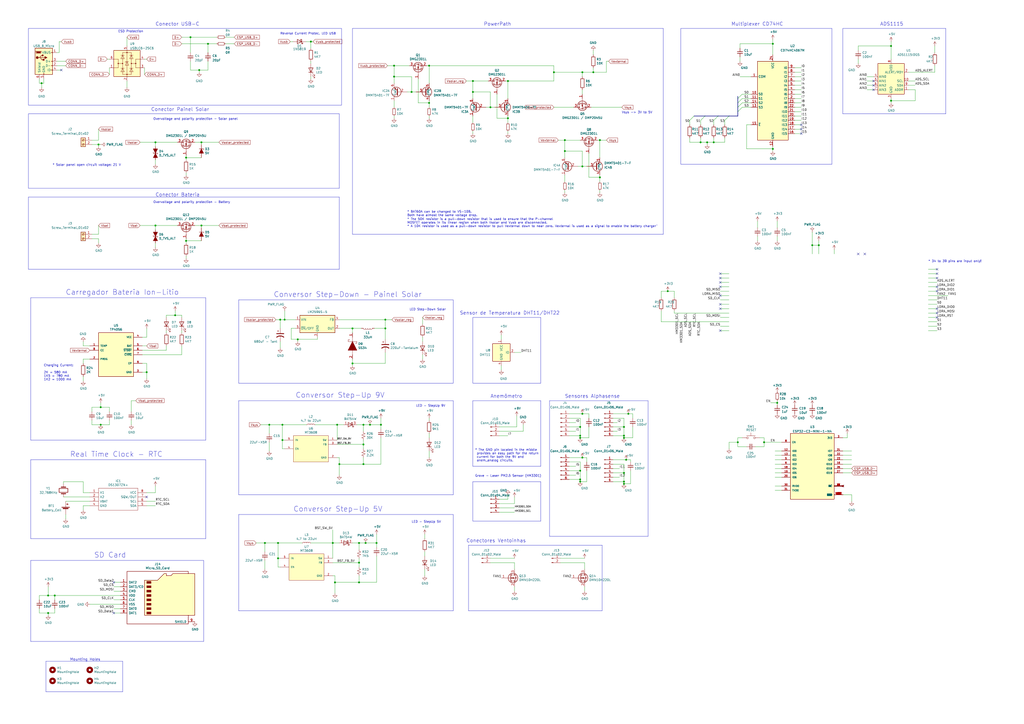
<source format=kicad_sch>
(kicad_sch (version 20230121) (generator eeschema)
  (paper "A2")
  (junction (at 387.35 168.91))
  (junction (at 24.13 48.26))
  (junction (at 223.52 185.42))
  (junction (at 210.82 257.81))
  (junction (at 116.84 82.55))
  (junction (at 115.57 40.64))
  (junction (at 274.32 46.99))
  (junction (at 194.31 337.82))
  (junction (at 361.95 274.32))
  (junction (at 31.75 345.44))
  (junction (at 101.6 182.88))
  (junction (at 443.23 256.54))
  (junction (at 450.85 233.68))
  (junction (at 195.58 246.38))
  (junction (at 228.6 44.45))
  (junction (at 274.32 53.34))
  (junction (at 344.17 41.91))
  (junction (at 208.28 314.96))
  (junction (at 193.04 314.96))
  (junction (at 337.82 240.03))
  (junction (at 471.17 142.24))
  (junction (at 238.76 53.34))
  (junction (at 364.49 240.03))
  (junction (at 414.02 82.55))
  (junction (at 163.83 246.38))
  (junction (at 361.95 254))
  (junction (at 337.82 41.91))
  (junction (at 162.56 185.42))
  (junction (at 161.29 314.96))
  (junction (at 107.95 91.44))
  (junction (at 156.21 246.38))
  (junction (at 228.6 38.1))
  (junction (at 58.42 246.38))
  (junction (at 27.94 345.44))
  (junction (at 120.65 25.4))
  (junction (at 208.28 337.82))
  (junction (at 294.64 46.99))
  (junction (at 427.99 256.54))
  (junction (at 116.84 130.81))
  (junction (at 210.82 269.24))
  (junction (at 161.29 323.85))
  (junction (at 196.85 269.24))
  (junction (at 337.82 265.43))
  (junction (at 363.22 266.7))
  (junction (at 204.47 210.82))
  (junction (at 90.17 130.81))
  (junction (at 347.98 81.28))
  (junction (at 172.72 196.85))
  (junction (at 180.34 24.13))
  (junction (at 220.98 246.38))
  (junction (at 361.95 280.67))
  (junction (at 248.92 38.1))
  (junction (at 410.21 82.55))
  (junction (at 210.82 246.38))
  (junction (at 327.66 81.28))
  (junction (at 248.92 59.69))
  (junction (at 321.31 41.91))
  (junction (at 448.31 86.36))
  (junction (at 107.95 139.7))
  (junction (at 110.49 21.59))
  (junction (at 223.52 190.5))
  (junction (at 165.1 185.42))
  (junction (at 516.89 26.67))
  (junction (at 347.98 102.87))
  (junction (at 58.42 236.22))
  (junction (at 327.66 87.63))
  (junction (at 212.09 314.96))
  (junction (at 204.47 190.5))
  (junction (at 85.09 215.9))
  (junction (at 90.17 82.55))
  (junction (at 336.55 247.65))
  (junction (at 361.95 252.73))
  (junction (at 153.67 314.96))
  (junction (at 214.63 246.38))
  (junction (at 57.15 83.82))
  (junction (at 361.95 279.4))
  (junction (at 516.89 58.42))
  (junction (at 208.28 326.39))
  (junction (at 336.55 254))
  (junction (at 361.95 247.65))
  (junction (at 336.55 278.13))
  (junction (at 336.55 252.73))
  (junction (at 337.82 96.52))
  (junction (at 27.94 355.6))
  (junction (at 448.31 25.4))
  (junction (at 336.55 279.4))
  (junction (at 284.48 62.23))
  (junction (at 474.98 142.24))
  (junction (at 163.83 255.27))
  (junction (at 218.44 314.96))
  (junction (at 294.64 68.58))
  (junction (at 336.55 273.05))
  (junction (at 406.4 82.55))
  (no_connect (at 543.56 179.07))
  (no_connect (at 501.65 147.32))
  (no_connect (at 35.56 40.64))
  (no_connect (at 417.83 161.29))
  (no_connect (at 464.82 74.93))
  (no_connect (at 417.83 166.37))
  (no_connect (at 543.56 168.91))
  (no_connect (at 66.04 337.82))
  (no_connect (at 543.56 166.37))
  (no_connect (at 543.56 158.75))
  (no_connect (at 417.83 171.45))
  (no_connect (at 506.73 49.53))
  (no_connect (at 488.95 281.94))
  (no_connect (at 506.73 52.07))
  (no_connect (at 506.73 46.99))
  (no_connect (at 543.56 156.21))
  (no_connect (at 417.83 176.53))
  (no_connect (at 543.56 184.15))
  (no_connect (at 497.84 147.32))
  (no_connect (at 464.82 72.39))
  (no_connect (at 417.83 158.75))
  (no_connect (at 417.83 163.83))
  (no_connect (at 66.04 355.6))
  (no_connect (at 417.83 179.07))
  (no_connect (at 417.83 191.77))
  (no_connect (at 464.82 77.47))
  (no_connect (at 543.56 161.29))
  (no_connect (at 543.56 181.61))
  (no_connect (at 85.09 288.29))
  (bus_entry (at 427.99 62.23) (size 2.54 -2.54))
  (bus_entry (at 427.99 64.77) (size 2.54 -2.54))
  (bus_entry (at 400.05 69.85) (size 2.54 -2.54))
  (bus_entry (at 406.4 69.85) (size 2.54 -2.54))
  (bus_entry (at 420.37 69.85) (size 2.54 -2.54))
  (bus_entry (at 427.99 59.69) (size 2.54 -2.54))
  (bus_entry (at 427.99 57.15) (size 2.54 -2.54))
  (bus_entry (at 414.02 69.85) (size 2.54 -2.54))
  (bus (pts (xy 427.99 57.15) (xy 427.99 59.69)))
  (wire (pts (xy 430.53 254) (xy 427.99 254)))
  (wire (pts (xy 448.31 86.36) (xy 433.07 86.36)))
  (wire (pts (xy 303.53 250.19) (xy 303.53 246.38)))
  (wire (pts (xy 33.02 30.48) (xy 34.29 30.48)))
  (wire (pts (xy 414.02 69.85) (xy 414.02 72.39)))
  (wire (pts (xy 414.02 80.01) (xy 414.02 82.55)))
  (wire (pts (xy 274.32 46.99) (xy 270.51 46.99)))
  (wire (pts (xy 461.01 57.15) (xy 464.82 57.15)))
  (wire (pts (xy 63.5 246.38) (xy 58.42 246.38)))
  (wire (pts (xy 471.17 142.24) (xy 471.17 147.32)))
  (wire (pts (xy 196.85 269.24) (xy 196.85 275.59)))
  (bus (pts (xy 427.99 55.88) (xy 427.99 57.15)))
  (wire (pts (xy 242.57 59.69) (xy 248.92 59.69)))
  (wire (pts (xy 58.42 83.82) (xy 57.15 83.82)))
  (wire (pts (xy 107.95 90.17) (xy 107.95 91.44)))
  (wire (pts (xy 208.28 314.96) (xy 204.47 314.96)))
  (polyline (pts (xy 17.78 266.7) (xy 119.38 266.7)))
  (wire (pts (xy 383.54 180.34) (xy 383.54 186.69)))
  (polyline (pts (xy 26.67 401.32) (xy 26.67 383.54)))
  (wire (pts (xy 383.54 186.69) (xy 422.91 186.69)))
  (wire (pts (xy 204.47 210.82) (xy 204.47 212.09)))
  (wire (pts (xy 246.38 309.88) (xy 246.38 312.42)))
  (wire (pts (xy 497.84 34.29) (xy 497.84 36.83)))
  (polyline (pts (xy 16.51 114.3) (xy 196.85 114.3)))
  (wire (pts (xy 274.32 46.99) (xy 274.32 53.34)))
  (wire (pts (xy 294.64 46.99) (xy 294.64 57.15)))
  (wire (pts (xy 327.66 110.49) (xy 327.66 111.76)))
  (wire (pts (xy 334.01 275.59) (xy 330.2 275.59)))
  (wire (pts (xy 163.83 260.35) (xy 163.83 255.27)))
  (wire (pts (xy 406.4 82.55) (xy 410.21 82.55)))
  (wire (pts (xy 69.85 345.44) (xy 31.75 345.44)))
  (wire (pts (xy 83.82 34.29) (xy 85.09 34.29)))
  (wire (pts (xy 283.21 46.99) (xy 274.32 46.99)))
  (wire (pts (xy 110.49 21.59) (xy 110.49 30.48)))
  (wire (pts (xy 435.61 62.23) (xy 430.53 62.23)))
  (polyline (pts (xy 262.89 354.33) (xy 138.43 354.33)))
  (wire (pts (xy 156.21 246.38) (xy 156.21 251.46)))
  (wire (pts (xy 81.28 130.81) (xy 90.17 130.81)))
  (wire (pts (xy 96.52 191.77) (xy 96.52 193.04)))
  (polyline (pts (xy 262.89 232.41) (xy 138.43 232.41)))
  (wire (pts (xy 53.34 138.43) (xy 57.15 138.43)))
  (wire (pts (xy 461.01 46.99) (xy 464.82 46.99)))
  (wire (pts (xy 165.1 260.35) (xy 163.83 260.35)))
  (wire (pts (xy 210.82 265.43) (xy 210.82 269.24)))
  (polyline (pts (xy 313.69 302.26) (xy 274.32 302.26)))
  (wire (pts (xy 340.36 265.43) (xy 337.82 265.43)))
  (wire (pts (xy 120.65 25.4) (xy 120.65 30.48)))
  (wire (pts (xy 48.26 218.44) (xy 48.26 220.98)))
  (wire (pts (xy 177.546 24.13) (xy 180.34 24.13)))
  (wire (pts (xy 120.65 40.64) (xy 115.57 40.64)))
  (wire (pts (xy 336.55 273.05) (xy 336.55 278.13)))
  (wire (pts (xy 449.58 264.16) (xy 453.39 264.16)))
  (wire (pts (xy 110.49 21.59) (xy 125.73 21.59)))
  (wire (pts (xy 355.6 279.4) (xy 361.95 279.4)))
  (polyline (pts (xy 138.43 354.33) (xy 138.43 298.45)))
  (polyline (pts (xy 548.64 66.04) (xy 548.64 16.51)))
  (wire (pts (xy 274.32 53.34) (xy 284.48 53.34)))
  (wire (pts (xy 422.91 191.77) (xy 417.83 191.77)))
  (wire (pts (xy 248.92 261.62) (xy 248.92 265.43)))
  (polyline (pts (xy 204.47 135.89) (xy 204.47 16.51)))
  (wire (pts (xy 76.2 246.38) (xy 76.2 243.84)))
  (wire (pts (xy 337.82 41.91) (xy 344.17 41.91)))
  (wire (pts (xy 171.45 190.5) (xy 168.91 190.5)))
  (polyline (pts (xy 17.78 172.72) (xy 119.38 172.72)))
  (wire (pts (xy 516.89 58.42) (xy 516.89 59.69)))
  (wire (pts (xy 228.6 48.26) (xy 228.6 44.45)))
  (polyline (pts (xy 16.51 109.22) (xy 16.51 66.04)))
  (wire (pts (xy 96.52 182.88) (xy 101.6 182.88)))
  (wire (pts (xy 210.82 246.38) (xy 214.63 246.38)))
  (wire (pts (xy 538.48 189.23) (xy 543.56 189.23)))
  (wire (pts (xy 494.03 287.02) (xy 494.03 290.83)))
  (wire (pts (xy 427.99 259.08) (xy 427.99 256.54)))
  (wire (pts (xy 218.44 309.88) (xy 218.44 314.96)))
  (wire (pts (xy 52.07 288.29) (xy 36.83 288.29)))
  (wire (pts (xy 83.82 39.37) (xy 83.82 43.18)))
  (wire (pts (xy 153.67 325.12) (xy 153.67 330.2)))
  (wire (pts (xy 461.01 77.47) (xy 464.82 77.47)))
  (wire (pts (xy 344.17 39.37) (xy 344.17 41.91)))
  (wire (pts (xy 193.04 334.01) (xy 194.31 334.01)))
  (bus (pts (xy 422.91 67.31) (xy 427.99 67.31)))
  (polyline (pts (xy 71.12 401.32) (xy 26.67 401.32)))
  (wire (pts (xy 245.11 184.15) (xy 245.11 187.96)))
  (wire (pts (xy 355.6 252.73) (xy 361.95 252.73)))
  (wire (pts (xy 73.66 21.59) (xy 73.66 26.67)))
  (wire (pts (xy 96.52 184.15) (xy 96.52 182.88)))
  (wire (pts (xy 218.44 314.96) (xy 218.44 317.5)))
  (wire (pts (xy 461.01 67.31) (xy 464.82 67.31)))
  (wire (pts (xy 433.07 86.36) (xy 433.07 72.39)))
  (wire (pts (xy 422.91 176.53) (xy 417.83 176.53)))
  (wire (pts (xy 156.21 246.38) (xy 163.83 246.38)))
  (polyline (pts (xy 318.77 311.15) (xy 375.92 311.15)))
  (polyline (pts (xy 274.32 184.15) (xy 274.32 222.25)))
  (wire (pts (xy 22.86 45.72) (xy 22.86 48.26)))
  (wire (pts (xy 57.15 81.28) (xy 57.15 74.93)))
  (wire (pts (xy 450.85 137.16) (xy 450.85 139.7)))
  (wire (pts (xy 449.58 276.86) (xy 453.39 276.86)))
  (wire (pts (xy 101.6 182.88) (xy 105.41 182.88)))
  (polyline (pts (xy 313.69 279.4) (xy 274.32 279.4)))
  (wire (pts (xy 102.87 82.55) (xy 90.17 82.55)))
  (wire (pts (xy 22.86 345.44) (xy 27.94 345.44)))
  (wire (pts (xy 516.89 57.15) (xy 516.89 58.42)))
  (polyline (pts (xy 313.69 184.15) (xy 274.32 184.15)))
  (wire (pts (xy 538.48 191.77) (xy 543.56 191.77)))
  (wire (pts (xy 471.17 134.62) (xy 471.17 142.24)))
  (wire (pts (xy 57.15 138.43) (xy 57.15 140.97)))
  (bus (pts (xy 427.99 62.23) (xy 427.99 64.77)))
  (wire (pts (xy 208.28 314.96) (xy 208.28 318.77)))
  (wire (pts (xy 293.37 46.99) (xy 294.64 46.99)))
  (wire (pts (xy 290.83 212.09) (xy 290.83 214.63)))
  (wire (pts (xy 400.05 80.01) (xy 400.05 82.55)))
  (wire (pts (xy 116.84 132.08) (xy 116.84 130.81)))
  (wire (pts (xy 130.81 25.4) (xy 135.89 25.4)))
  (wire (pts (xy 361.95 274.32) (xy 361.95 279.4)))
  (wire (pts (xy 461.01 39.37) (xy 464.82 39.37)))
  (wire (pts (xy 116.84 83.82) (xy 116.84 82.55)))
  (wire (pts (xy 165.1 180.34) (xy 165.1 185.42)))
  (wire (pts (xy 440.69 254) (xy 443.23 254)))
  (wire (pts (xy 355.6 242.57) (xy 361.95 242.57)))
  (wire (pts (xy 274.32 57.15) (xy 274.32 53.34)))
  (polyline (pts (xy 318.77 232.41) (xy 375.92 232.41)))
  (wire (pts (xy 361.95 269.24) (xy 361.95 274.32)))
  (wire (pts (xy 36.83 279.4) (xy 36.83 280.67)))
  (polyline (pts (xy 71.12 383.54) (xy 71.12 401.32)))
  (wire (pts (xy 33.02 38.1) (xy 38.1 38.1)))
  (wire (pts (xy 156.21 246.38) (xy 151.13 246.38)))
  (wire (pts (xy 420.37 69.85) (xy 420.37 72.39)))
  (polyline (pts (xy 119.38 266.7) (xy 119.38 312.42)))
  (wire (pts (xy 530.86 58.42) (xy 530.86 52.07)))
  (wire (pts (xy 105.41 25.4) (xy 120.65 25.4)))
  (wire (pts (xy 220.98 269.24) (xy 220.98 254)))
  (wire (pts (xy 27.94 355.6) (xy 27.94 356.87)))
  (wire (pts (xy 361.95 247.65) (xy 361.95 252.73)))
  (polyline (pts (xy 488.95 16.51) (xy 488.95 66.04)))
  (wire (pts (xy 406.4 80.01) (xy 406.4 82.55)))
  (wire (pts (xy 294.64 287.02) (xy 294.64 289.56)))
  (wire (pts (xy 488.95 274.32) (xy 494.03 274.32)))
  (wire (pts (xy 355.6 266.7) (xy 363.22 266.7)))
  (wire (pts (xy 449.58 274.32) (xy 453.39 274.32)))
  (wire (pts (xy 162.56 328.93) (xy 161.29 328.93)))
  (wire (pts (xy 102.87 130.81) (xy 90.17 130.81)))
  (wire (pts (xy 538.48 186.69) (xy 543.56 186.69)))
  (polyline (pts (xy 138.43 287.02) (xy 262.89 287.02)))
  (wire (pts (xy 85.09 293.37) (xy 90.17 293.37)))
  (wire (pts (xy 62.23 34.29) (xy 63.5 34.29)))
  (wire (pts (xy 105.41 200.66) (xy 105.41 205.74)))
  (polyline (pts (xy 16.51 16.51) (xy 16.51 60.96)))
  (wire (pts (xy 90.17 285.75) (xy 85.09 285.75)))
  (wire (pts (xy 351.79 41.91) (xy 351.79 35.56)))
  (polyline (pts (xy 138.43 232.41) (xy 138.43 287.02)))
  (wire (pts (xy 228.6 38.1) (xy 228.6 44.45)))
  (wire (pts (xy 85.09 290.83) (xy 90.17 290.83)))
  (wire (pts (xy 90.17 140.97) (xy 90.17 143.51)))
  (wire (pts (xy 488.95 264.16) (xy 494.03 264.16)))
  (wire (pts (xy 31.75 345.44) (xy 31.75 347.98)))
  (wire (pts (xy 538.48 184.15) (xy 543.56 184.15)))
  (wire (pts (xy 33.02 35.56) (xy 38.1 35.56)))
  (wire (pts (xy 82.55 210.82) (xy 85.09 210.82)))
  (wire (pts (xy 38.1 290.83) (xy 52.07 290.83)))
  (wire (pts (xy 220.98 242.57) (xy 220.98 246.38)))
  (wire (pts (xy 85.09 200.66) (xy 82.55 200.66)))
  (polyline (pts (xy 313.69 184.15) (xy 313.69 222.25)))
  (wire (pts (xy 538.48 171.45) (xy 549.91 171.45)))
  (wire (pts (xy 81.28 82.55) (xy 90.17 82.55)))
  (wire (pts (xy 330.2 247.65) (xy 336.55 247.65)))
  (wire (pts (xy 294.64 46.99) (xy 321.31 46.99)))
  (wire (pts (xy 48.26 198.12) (xy 48.26 200.66)))
  (wire (pts (xy 69.85 337.82) (xy 66.04 337.82)))
  (wire (pts (xy 422.91 161.29) (xy 417.83 161.29)))
  (wire (pts (xy 116.84 82.55) (xy 127 82.55)))
  (wire (pts (xy 228.6 67.31) (xy 228.6 68.58)))
  (wire (pts (xy 217.17 190.5) (xy 223.52 190.5)))
  (wire (pts (xy 228.6 58.42) (xy 228.6 62.23)))
  (wire (pts (xy 516.89 34.29) (xy 516.89 26.67)))
  (wire (pts (xy 163.83 246.38) (xy 163.83 255.27)))
  (wire (pts (xy 289.56 297.18) (xy 298.45 297.18)))
  (wire (pts (xy 365.76 273.05) (xy 365.76 280.67)))
  (wire (pts (xy 208.28 334.01) (xy 208.28 337.82)))
  (wire (pts (xy 450.85 232.41) (xy 450.85 233.68)))
  (wire (pts (xy 194.31 334.01) (xy 194.31 337.82)))
  (polyline (pts (xy 17.78 312.42) (xy 17.78 266.7)))
  (wire (pts (xy 439.42 137.16) (xy 439.42 139.7)))
  (wire (pts (xy 193.04 314.96) (xy 180.34 314.96)))
  (wire (pts (xy 110.49 40.64) (xy 110.49 35.56)))
  (wire (pts (xy 35.56 24.13) (xy 34.29 24.13)))
  (wire (pts (xy 321.31 38.1) (xy 321.31 41.91)))
  (wire (pts (xy 449.58 261.62) (xy 453.39 261.62)))
  (wire (pts (xy 422.91 256.54) (xy 427.99 256.54)))
  (wire (pts (xy 443.23 254) (xy 443.23 256.54)))
  (wire (pts (xy 461.01 49.53) (xy 464.82 49.53)))
  (wire (pts (xy 483.87 144.78) (xy 483.87 147.32)))
  (wire (pts (xy 461.01 62.23) (xy 464.82 62.23)))
  (wire (pts (xy 461.01 64.77) (xy 464.82 64.77)))
  (wire (pts (xy 420.37 80.01) (xy 420.37 82.55)))
  (polyline (pts (xy 138.43 173.99) (xy 138.43 222.25)))
  (wire (pts (xy 24.13 48.26) (xy 24.13 50.8)))
  (wire (pts (xy 355.6 274.32) (xy 361.95 274.32)))
  (wire (pts (xy 53.34 135.89) (xy 57.15 135.89)))
  (wire (pts (xy 538.48 168.91) (xy 543.56 168.91)))
  (wire (pts (xy 241.3 53.34) (xy 238.76 53.34)))
  (wire (pts (xy 246.38 320.04) (xy 246.38 322.58)))
  (wire (pts (xy 435.61 54.61) (xy 430.53 54.61)))
  (wire (pts (xy 63.5 243.84) (xy 63.5 246.38)))
  (wire (pts (xy 294.64 67.31) (xy 294.64 68.58)))
  (wire (pts (xy 337.82 96.52) (xy 335.28 96.52)))
  (polyline (pts (xy 16.51 60.96) (xy 198.12 60.96)))
  (wire (pts (xy 450.85 128.27) (xy 450.85 132.08)))
  (polyline (pts (xy 71.12 383.54) (xy 26.67 383.54)))
  (wire (pts (xy 153.67 314.96) (xy 153.67 320.04)))
  (wire (pts (xy 195.58 257.81) (xy 210.82 257.81)))
  (wire (pts (xy 245.11 205.74) (xy 245.11 208.28)))
  (wire (pts (xy 361.95 242.57) (xy 361.95 247.65)))
  (wire (pts (xy 210.82 269.24) (xy 196.85 269.24)))
  (wire (pts (xy 433.07 259.08) (xy 427.99 259.08)))
  (polyline (pts (xy 262.89 287.02) (xy 262.89 232.41)))
  (wire (pts (xy 497.84 26.67) (xy 497.84 29.21)))
  (wire (pts (xy 448.31 85.09) (xy 448.31 86.36)))
  (wire (pts (xy 193.04 307.34) (xy 193.04 314.96)))
  (wire (pts (xy 196.85 265.43) (xy 196.85 269.24)))
  (wire (pts (xy 538.48 176.53) (xy 543.56 176.53)))
  (wire (pts (xy 488.95 254) (xy 491.49 254)))
  (polyline (pts (xy 16.51 66.04) (xy 196.85 66.04)))
  (wire (pts (xy 506.73 44.45) (xy 502.92 44.45)))
  (wire (pts (xy 107.95 138.43) (xy 107.95 139.7)))
  (wire (pts (xy 101.6 182.88) (xy 101.6 180.34)))
  (wire (pts (xy 327.66 91.44) (xy 327.66 87.63)))
  (wire (pts (xy 410.21 82.55) (xy 414.02 82.55)))
  (wire (pts (xy 69.85 340.36) (xy 66.04 340.36)))
  (wire (pts (xy 196.85 185.42) (xy 223.52 185.42)))
  (wire (pts (xy 330.2 265.43) (xy 337.82 265.43)))
  (wire (pts (xy 344.17 41.91) (xy 351.79 41.91)))
  (wire (pts (xy 355.6 250.19) (xy 358.14 250.19)))
  (wire (pts (xy 214.63 246.38) (xy 220.98 246.38)))
  (wire (pts (xy 209.55 190.5) (xy 204.47 190.5)))
  (wire (pts (xy 287.02 62.23) (xy 284.48 62.23)))
  (wire (pts (xy 107.95 139.7) (xy 107.95 140.97)))
  (wire (pts (xy 82.55 195.58) (xy 85.09 195.58)))
  (wire (pts (xy 364.49 240.03) (xy 367.03 240.03)))
  (wire (pts (xy 69.85 353.06) (xy 66.04 353.06)))
  (polyline (pts (xy 274.32 222.25) (xy 313.69 222.25)))
  (wire (pts (xy 325.12 323.85) (xy 339.09 323.85)))
  (wire (pts (xy 506.73 52.07) (xy 502.92 52.07)))
  (wire (pts (xy 337.82 87.63) (xy 337.82 96.52)))
  (wire (pts (xy 107.95 100.33) (xy 107.95 101.6)))
  (polyline (pts (xy 138.43 173.99) (xy 262.89 173.99)))
  (wire (pts (xy 156.21 256.54) (xy 156.21 261.62)))
  (wire (pts (xy 210.82 255.27) (xy 210.82 257.81)))
  (wire (pts (xy 248.92 38.1) (xy 321.31 38.1)))
  (wire (pts (xy 341.63 247.65) (xy 341.63 254)))
  (polyline (pts (xy 313.69 279.4) (xy 313.69 302.26)))
  (wire (pts (xy 391.16 181.61) (xy 422.91 181.61)))
  (wire (pts (xy 227.33 185.42) (xy 223.52 185.42)))
  (wire (pts (xy 48.26 200.66) (xy 52.07 200.66)))
  (wire (pts (xy 443.23 256.54) (xy 443.23 259.08)))
  (wire (pts (xy 31.75 355.6) (xy 27.94 355.6)))
  (wire (pts (xy 90.17 281.94) (xy 90.17 285.75)))
  (wire (pts (xy 153.67 314.96) (xy 148.59 314.96)))
  (wire (pts (xy 351.79 35.56) (xy 353.06 35.56)))
  (wire (pts (xy 162.56 185.42) (xy 162.56 190.5)))
  (wire (pts (xy 538.48 166.37) (xy 543.56 166.37)))
  (wire (pts (xy 58.42 233.68) (xy 58.42 236.22)))
  (wire (pts (xy 355.6 269.24) (xy 361.95 269.24)))
  (wire (pts (xy 538.48 161.29) (xy 543.56 161.29)))
  (wire (pts (xy 245.11 195.58) (xy 245.11 198.12)))
  (wire (pts (xy 422.91 163.83) (xy 417.83 163.83)))
  (wire (pts (xy 355.6 245.11) (xy 358.14 245.11)))
  (polyline (pts (xy 198.12 60.96) (xy 198.12 16.51)))
  (polyline (pts (xy 384.81 16.51) (xy 384.81 135.89)))
  (wire (pts (xy 220.98 246.38) (xy 220.98 248.92)))
  (wire (pts (xy 321.31 41.91) (xy 321.31 46.99)))
  (wire (pts (xy 491.49 251.46) (xy 491.49 254)))
  (wire (pts (xy 538.48 156.21) (xy 543.56 156.21)))
  (wire (pts (xy 105.41 21.59) (xy 110.49 21.59)))
  (wire (pts (xy 289.56 252.73) (xy 294.64 252.73)))
  (polyline (pts (xy 17.78 325.12) (xy 118.11 325.12)))
  (wire (pts (xy 248.92 67.31) (xy 248.92 68.58)))
  (wire (pts (xy 208.28 314.96) (xy 212.09 314.96)))
  (wire (pts (xy 347.98 110.49) (xy 347.98 111.76)))
  (wire (pts (xy 195.58 246.38) (xy 195.58 255.27)))
  (wire (pts (xy 172.72 196.85) (xy 184.15 196.85)))
  (wire (pts (xy 274.32 76.2) (xy 274.32 77.47)))
  (polyline (pts (xy 204.47 16.51) (xy 384.81 16.51)))
  (wire (pts (xy 410.21 83.82) (xy 410.21 82.55)))
  (wire (pts (xy 294.64 68.58) (xy 294.64 71.12)))
  (wire (pts (xy 90.17 85.09) (xy 90.17 82.55)))
  (polyline (pts (xy 318.77 311.15) (xy 318.77 232.41)))
  (wire (pts (xy 105.41 191.77) (xy 105.41 193.04)))
  (wire (pts (xy 359.41 276.86) (xy 355.6 276.86)))
  (wire (pts (xy 400.05 82.55) (xy 406.4 82.55)))
  (wire (pts (xy 33.02 40.64) (xy 35.56 40.64)))
  (wire (pts (xy 330.2 240.03) (xy 337.82 240.03)))
  (polyline (pts (xy 313.69 232.41) (xy 274.32 232.41)))
  (wire (pts (xy 228.6 38.1) (xy 224.79 38.1)))
  (wire (pts (xy 443.23 256.54) (xy 453.39 256.54)))
  (wire (pts (xy 63.5 236.22) (xy 63.5 238.76)))
  (wire (pts (xy 516.89 24.13) (xy 516.89 26.67)))
  (wire (pts (xy 346.71 81.28) (xy 347.98 81.28)))
  (wire (pts (xy 516.89 58.42) (xy 530.86 58.42)))
  (wire (pts (xy 488.95 271.78) (xy 494.03 271.78)))
  (wire (pts (xy 248.92 58.42) (xy 248.92 59.69)))
  (wire (pts (xy 208.28 326.39) (xy 208.28 328.93)))
  (wire (pts (xy 435.61 59.69) (xy 430.53 59.69)))
  (wire (pts (xy 246.38 330.2) (xy 246.38 334.01)))
  (polyline (pts (xy 17.78 255.27) (xy 17.78 172.72)))
  (wire (pts (xy 116.84 130.81) (xy 127 130.81)))
  (wire (pts (xy 107.95 148.59) (xy 107.95 149.86)))
  (wire (pts (xy 422.91 173.99) (xy 417.83 173.99)))
  (wire (pts (xy 435.61 44.45) (xy 429.26 44.45)))
  (wire (pts (xy 488.95 269.24) (xy 494.03 269.24)))
  (wire (pts (xy 204.47 208.28) (xy 204.47 210.82)))
  (wire (pts (xy 387.35 168.91) (xy 391.16 168.91)))
  (wire (pts (xy 461.01 41.91) (xy 464.82 41.91)))
  (wire (pts (xy 31.75 353.06) (xy 31.75 355.6)))
  (wire (pts (xy 298.45 330.2) (xy 298.45 326.39)))
  (wire (pts (xy 289.56 294.64) (xy 298.45 294.64)))
  (wire (pts (xy 247.65 38.1) (xy 248.92 38.1)))
  (wire (pts (xy 69.85 355.6) (xy 66.04 355.6)))
  (wire (pts (xy 538.48 181.61) (xy 543.56 181.61)))
  (wire (pts (xy 172.72 196.85) (xy 172.72 198.12)))
  (wire (pts (xy 330.2 242.57) (xy 336.55 242.57)))
  (polyline (pts (xy 349.25 316.23) (xy 349.25 354.33)))
  (wire (pts (xy 516.89 26.67) (xy 497.84 26.67)))
  (polyline (pts (xy 384.81 135.89) (xy 204.47 135.89)))
  (wire (pts (xy 163.83 246.38) (xy 177.8 246.38)))
  (wire (pts (xy 443.23 259.08) (xy 438.15 259.08)))
  (wire (pts (xy 321.31 41.91) (xy 337.82 41.91)))
  (polyline (pts (xy 482.6 95.25) (xy 394.97 95.25)))
  (wire (pts (xy 180.34 44.45) (xy 180.34 45.72)))
  (wire (pts (xy 341.63 242.57) (xy 341.63 240.03)))
  (wire (pts (xy 53.34 246.38) (xy 58.42 246.38)))
  (wire (pts (xy 336.55 247.65) (xy 336.55 252.73)))
  (wire (pts (xy 542.29 38.1) (xy 542.29 41.91)))
  (wire (pts (xy 332.74 62.23) (xy 321.31 62.23)))
  (wire (pts (xy 57.15 83.82) (xy 53.34 83.82)))
  (wire (pts (xy 180.34 35.56) (xy 180.34 36.83)))
  (wire (pts (xy 289.56 292.1) (xy 298.45 292.1)))
  (wire (pts (xy 288.29 68.58) (xy 294.64 68.58)))
  (wire (pts (xy 218.44 337.82) (xy 208.28 337.82)))
  (wire (pts (xy 506.73 49.53) (xy 502.92 49.53)))
  (wire (pts (xy 327.66 101.6) (xy 327.66 105.41)))
  (wire (pts (xy 193.04 314.96) (xy 193.04 323.85)))
  (wire (pts (xy 115.57 40.64) (xy 110.49 40.64)))
  (wire (pts (xy 162.56 198.12) (xy 162.56 201.93)))
  (wire (pts (xy 161.29 323.85) (xy 162.56 323.85)))
  (wire (pts (xy 248.92 251.46) (xy 248.92 254)))
  (wire (pts (xy 330.2 245.11) (xy 334.01 245.11)))
  (wire (pts (xy 199.39 246.38) (xy 195.58 246.38)))
  (wire (pts (xy 180.34 24.13) (xy 181.61 24.13)))
  (wire (pts (xy 96.52 200.66) (xy 96.52 203.2)))
  (wire (pts (xy 449.58 266.7) (xy 453.39 266.7)))
  (wire (pts (xy 527.05 52.07) (xy 530.86 52.07)))
  (wire (pts (xy 298.45 340.36) (xy 298.45 342.9)))
  (wire (pts (xy 57.15 85.09) (xy 57.15 83.82)))
  (polyline (pts (xy 375.92 232.41) (xy 375.92 311.15)))
  (wire (pts (xy 76.2 232.41) (xy 76.2 238.76)))
  (wire (pts (xy 113.03 130.81) (xy 116.84 130.81)))
  (wire (pts (xy 107.95 91.44) (xy 107.95 92.71)))
  (polyline (pts (xy 119.38 255.27) (xy 17.78 255.27)))
  (wire (pts (xy 361.95 279.4) (xy 361.95 280.67)))
  (wire (pts (xy 82.55 203.2) (xy 96.52 203.2)))
  (wire (pts (xy 115.57 40.64) (xy 115.57 41.91)))
  (wire (pts (xy 289.56 289.56) (xy 294.64 289.56)))
  (wire (pts (xy 449.58 284.48) (xy 453.39 284.48)))
  (wire (pts (xy 161.29 314.96) (xy 175.26 314.96)))
  (polyline (pts (xy 262.89 298.45) (xy 262.89 354.33)))
  (wire (pts (xy 90.17 92.71) (xy 90.17 95.25)))
  (wire (pts (xy 530.86 46.99) (xy 527.05 46.99)))
  (wire (pts (xy 474.98 142.24) (xy 474.98 147.32)))
  (wire (pts (xy 542.29 26.67) (xy 542.29 30.48)))
  (wire (pts (xy 52.07 293.37) (xy 48.26 293.37)))
  (wire (pts (xy 48.26 208.28) (xy 48.26 210.82)))
  (wire (pts (xy 422.91 168.91) (xy 417.83 168.91)))
  (wire (pts (xy 52.07 208.28) (xy 48.26 208.28)))
  (wire (pts (xy 208.28 337.82) (xy 194.31 337.82)))
  (wire (pts (xy 414.02 82.55) (xy 420.37 82.55)))
  (wire (pts (xy 298.45 326.39) (xy 284.48 326.39)))
  (wire (pts (xy 69.85 347.98) (xy 66.04 347.98)))
  (wire (pts (xy 162.56 185.42) (xy 165.1 185.42)))
  (wire (pts (xy 365.76 266.7) (xy 365.76 267.97)))
  (wire (pts (xy 162.56 185.42) (xy 160.02 185.42)))
  (wire (pts (xy 210.82 246.38) (xy 207.01 246.38)))
  (wire (pts (xy 367.03 240.03) (xy 367.03 242.57)))
  (wire (pts (xy 461.01 74.93) (xy 464.82 74.93)))
  (polyline (pts (xy 118.11 372.11) (xy 17.78 372.11)))
  (polyline (pts (xy 274.32 270.51) (xy 313.69 270.51)))
  (wire (pts (xy 27.94 345.44) (xy 31.75 345.44)))
  (wire (pts (xy 427.99 256.54) (xy 427.99 254)))
  (wire (pts (xy 165.1 185.42) (xy 171.45 185.42)))
  (wire (pts (xy 53.34 238.76) (xy 53.34 236.22)))
  (wire (pts (xy 422.91 260.35) (xy 422.91 256.54)))
  (wire (pts (xy 163.83 255.27) (xy 165.1 255.27)))
  (wire (pts (xy 63.5 39.37) (xy 63.5 43.18)))
  (wire (pts (xy 422.91 179.07) (xy 417.83 179.07)))
  (polyline (pts (xy 196.85 156.21) (xy 16.51 156.21)))
  (wire (pts (xy 330.2 250.19) (xy 334.01 250.19)))
  (wire (pts (xy 288.29 54.61) (xy 288.29 68.58)))
  (wire (pts (xy 448.31 22.86) (xy 448.31 25.4)))
  (wire (pts (xy 210.82 257.81) (xy 210.82 260.35)))
  (wire (pts (xy 355.6 247.65) (xy 361.95 247.65)))
  (wire (pts (xy 116.84 91.44) (xy 107.95 91.44)))
  (wire (pts (xy 448.31 25.4) (xy 448.31 31.75)))
  (wire (pts (xy 439.42 128.27) (xy 439.42 132.08)))
  (wire (pts (xy 212.09 314.96) (xy 218.44 314.96)))
  (wire (pts (xy 53.34 243.84) (xy 53.34 246.38)))
  (wire (pts (xy 383.54 168.91) (xy 387.35 168.91)))
  (polyline (pts (xy 198.12 16.51) (xy 16.51 16.51)))
  (wire (pts (xy 161.29 328.93) (xy 161.29 323.85)))
  (wire (pts (xy 447.04 233.68) (xy 450.85 233.68)))
  (wire (pts (xy 341.63 254) (xy 336.55 254)))
  (wire (pts (xy 461.01 69.85) (xy 464.82 69.85)))
  (wire (pts (xy 195.58 265.43) (xy 196.85 265.43)))
  (wire (pts (xy 248.92 38.1) (xy 248.92 48.26)))
  (wire (pts (xy 153.67 314.96) (xy 161.29 314.96)))
  (wire (pts (xy 330.2 252.73) (xy 336.55 252.73)))
  (bus (pts (xy 402.59 67.31) (xy 408.94 67.31)))
  (polyline (pts (xy 394.97 16.51) (xy 394.97 95.25)))
  (wire (pts (xy 120.65 35.56) (xy 120.65 40.64)))
  (wire (pts (xy 336.55 278.13) (xy 336.55 279.4)))
  (wire (pts (xy 204.47 190.5) (xy 204.47 193.04)))
  (wire (pts (xy 52.07 285.75) (xy 48.26 285.75)))
  (wire (pts (xy 391.16 180.34) (xy 391.16 181.61)))
  (wire (pts (xy 365.76 280.67) (xy 361.95 280.67)))
  (wire (pts (xy 367.03 247.65) (xy 367.03 254)))
  (wire (pts (xy 116.84 139.7) (xy 107.95 139.7)))
  (polyline (pts (xy 262.89 222.25) (xy 262.89 173.99)))
  (wire (pts (xy 461.01 72.39) (xy 464.82 72.39)))
  (wire (pts (xy 461.01 59.69) (xy 464.82 59.69)))
  (wire (pts (xy 461.01 44.45) (xy 464.82 44.45)))
  (wire (pts (xy 435.61 57.15) (xy 430.53 57.15)))
  (wire (pts (xy 53.34 236.22) (xy 58.42 236.22)))
  (wire (pts (xy 289.56 247.65) (xy 299.72 247.65)))
  (wire (pts (xy 302.26 204.47) (xy 298.45 204.47)))
  (polyline (pts (xy 138.43 298.45) (xy 262.89 298.45)))
  (wire (pts (xy 367.03 254) (xy 361.95 254)))
  (wire (pts (xy 336.55 242.57) (xy 336.55 247.65)))
  (polyline (pts (xy 196.85 66.04) (xy 196.85 109.22)))
  (wire (pts (xy 90.17 133.35) (xy 90.17 130.81)))
  (wire (pts (xy 422.91 171.45) (xy 417.83 171.45)))
  (wire (pts (xy 38.1 298.45) (xy 38.1 300.99)))
  (polyline (pts (xy 488.95 66.04) (xy 548.64 66.04)))
  (wire (pts (xy 327.66 87.63) (xy 337.82 87.63)))
  (wire (pts (xy 433.07 72.39) (xy 435.61 72.39)))
  (wire (pts (xy 53.34 81.28) (xy 57.15 81.28)))
  (wire (pts (xy 289.56 250.19) (xy 303.53 250.19)))
  (wire (pts (xy 347.98 81.28) (xy 351.79 81.28)))
  (polyline (pts (xy 274.32 232.41) (xy 274.32 270.51)))
  (wire (pts (xy 340.36 267.97) (xy 340.36 265.43)))
  (wire (pts (xy 330.2 273.05) (xy 336.55 273.05)))
  (wire (pts (xy 461.01 54.61) (xy 464.82 54.61)))
  (wire (pts (xy 449.58 281.94) (xy 453.39 281.94)))
  (wire (pts (xy 223.52 204.47) (xy 223.52 210.82)))
  (wire (pts (xy 220.98 269.24) (xy 210.82 269.24)))
  (wire (pts (xy 344.17 29.21) (xy 344.17 31.75)))
  (wire (pts (xy 342.9 62.23) (xy 360.68 62.23)))
  (wire (pts (xy 538.48 163.83) (xy 543.56 163.83)))
  (polyline (pts (xy 118.11 325.12) (xy 118.11 372.11)))
  (wire (pts (xy 223.52 210.82) (xy 204.47 210.82)))
  (wire (pts (xy 429.26 33.02) (xy 429.26 35.56)))
  (wire (pts (xy 85.09 190.5) (xy 85.09 195.58)))
  (wire (pts (xy 488.95 261.62) (xy 494.03 261.62)))
  (bus (pts (xy 427.99 64.77) (xy 427.99 67.31)))
  (wire (pts (xy 299.72 241.3) (xy 299.72 247.65)))
  (polyline (pts (xy 274.32 302.26) (xy 274.32 279.4)))
  (wire (pts (xy 355.6 240.03) (xy 364.49 240.03)))
  (wire (pts (xy 130.81 21.59) (xy 135.89 21.59)))
  (polyline (pts (xy 196.85 109.22) (xy 16.51 109.22)))
  (wire (pts (xy 168.91 190.5) (xy 168.91 196.85)))
  (wire (pts (xy 347.98 102.87) (xy 347.98 105.41)))
  (wire (pts (xy 242.57 45.72) (xy 242.57 59.69)))
  (wire (pts (xy 334.01 270.51) (xy 330.2 270.51)))
  (wire (pts (xy 48.26 285.75) (xy 48.26 279.4)))
  (wire (pts (xy 58.42 236.22) (xy 63.5 236.22)))
  (bus (pts (xy 408.94 67.31) (xy 416.56 67.31)))
  (wire (pts (xy 461.01 52.07) (xy 464.82 52.07)))
  (wire (pts (xy 284.48 323.85) (xy 298.45 323.85)))
  (bus (pts (xy 416.56 67.31) (xy 422.91 67.31)))
  (wire (pts (xy 363.22 266.7) (xy 365.76 266.7)))
  (polyline (pts (xy 313.69 232.41) (xy 313.69 270.51)))
  (wire (pts (xy 347.98 81.28) (xy 347.98 91.44)))
  (wire (pts (xy 237.49 38.1) (xy 228.6 38.1)))
  (wire (pts (xy 449.58 269.24) (xy 453.39 269.24)))
  (wire (pts (xy 298.45 292.1) (xy 298.45 288.29)))
  (polyline (pts (xy 271.78 354.33) (xy 349.25 354.33)))
  (polyline (pts (xy 548.64 16.51) (xy 488.95 16.51)))
  (wire (pts (xy 274.32 67.31) (xy 274.32 71.12)))
  (wire (pts (xy 248.92 242.57) (xy 248.92 243.84)))
  (wire (pts (xy 330.2 267.97) (xy 336.55 267.97)))
  (wire (pts (xy 341.63 88.9) (xy 341.63 102.87)))
  (wire (pts (xy 429.26 27.94) (xy 429.26 25.4)))
  (polyline (pts (xy 482.6 16.51) (xy 482.6 95.25)))
  (wire (pts (xy 330.2 278.13) (xy 336.55 278.13)))
  (polyline (pts (xy 394.97 16.51) (xy 482.6 16.51)))
  (wire (pts (xy 223.52 185.42) (xy 223.52 190.5)))
  (wire (pts (xy 337.82 52.07) (xy 337.82 54.61)))
  (wire (pts (xy 538.48 158.75) (xy 543.56 158.75)))
  (polyline (pts (xy 271.78 354.33) (xy 271.78 316.23)))
  (wire (pts (xy 391.16 172.72) (xy 391.16 168.91)))
  (wire (pts (xy 327.66 81.28) (xy 327.66 87.63)))
  (wire (pts (xy 339.09 326.39) (xy 325.12 326.39)))
  (wire (pts (xy 238.76 53.34) (xy 236.22 53.34)))
  (wire (pts (xy 488.95 287.02) (xy 494.03 287.02)))
  (wire (pts (xy 361.95 252.73) (xy 361.95 254)))
  (polyline (pts (xy 17.78 372.11) (xy 17.78 325.12)))
  (wire (pts (xy 341.63 240.03) (xy 337.82 240.03)))
  (polyline (pts (xy 138.43 222.25) (xy 262.89 222.25)))
  (wire (pts (xy 168.91 196.85) (xy 172.72 196.85)))
  (wire (pts (xy 471.17 142.24) (xy 474.98 142.24)))
  (wire (pts (xy 339.09 340.36) (xy 339.09 342.9)))
  (wire (pts (xy 210.82 246.38) (xy 210.82 250.19)))
  (wire (pts (xy 530.86 49.53) (xy 527.05 49.53)))
  (wire (pts (xy 422.91 189.23) (xy 417.83 189.23)))
  (wire (pts (xy 488.95 266.7) (xy 494.03 266.7)))
  (wire (pts (xy 347.98 101.6) (xy 347.98 102.87)))
  (wire (pts (xy 538.48 173.99) (xy 543.56 173.99)))
  (wire (pts (xy 193.04 326.39) (xy 208.28 326.39)))
  (wire (pts (xy 327.66 81.28) (xy 323.85 81.28)))
  (polyline (pts (xy 196.85 114.3) (xy 196.85 156.21)))
  (wire (pts (xy 27.94 355.6) (xy 22.86 355.6)))
  (wire (pts (xy 223.52 190.5) (xy 223.52 196.85)))
  (wire (pts (xy 406.4 69.85) (xy 406.4 72.39)))
  (wire (pts (xy 400.05 69.85) (xy 400.05 72.39)))
  (wire (pts (xy 228.6 44.45) (xy 238.76 44.45)))
  (wire (pts (xy 449.58 271.78) (xy 453.39 271.78)))
  (wire (pts (xy 180.34 24.13) (xy 180.34 27.94)))
  (wire (pts (xy 527.05 41.91) (xy 542.29 41.91)))
  (wire (pts (xy 73.66 46.99) (xy 73.66 50.8)))
  (wire (pts (xy 218.44 337.82) (xy 218.44 322.58)))
  (wire (pts (xy 161.29 314.96) (xy 161.29 323.85)))
  (wire (pts (xy 48.26 279.4) (xy 36.83 279.4)))
  (wire (pts (xy 22.86 48.26) (xy 24.13 48.26)))
  (wire (pts (xy 57.15 135.89) (xy 57.15 130.81)))
  (wire (pts (xy 208.28 323.85) (xy 208.28 326.39)))
  (wire (pts (xy 284.48 62.23) (xy 281.94 62.23)))
  (wire (pts (xy 25.4 45.72) (xy 25.4 48.26)))
  (wire (pts (xy 85.09 210.82) (xy 85.09 215.9)))
  (wire (pts (xy 27.94 340.36) (xy 27.94 345.44)))
  (wire (pts (xy 450.85 233.68) (xy 450.85 234.95)))
  (wire (pts (xy 284.48 53.34) (xy 284.48 62.23)))
  (wire (pts (xy 248.92 59.69) (xy 248.92 62.23)))
  (wire (pts (xy 474.98 142.24) (xy 474.98 139.7)))
  (wire (pts (xy 336.55 279.4) (xy 340.36 279.4)))
  (wire (pts (xy 34.29 24.13) (xy 34.29 30.48)))
  (wire (pts (xy 196.85 190.5) (xy 204.47 190.5)))
  (wire (pts (xy 448.31 86.36) (xy 448.31 87.63)))
  (wire (pts (xy 105.41 182.88) (xy 105.41 184.15)))
  (wire (pts (xy 290.83 194.31) (xy 290.83 196.85)))
  (wire (pts (xy 82.55 215.9) (xy 85.09 215.9)))
  (wire (pts (xy 294.64 76.2) (xy 294.64 77.47)))
  (wire (pts (xy 337.82 96.52) (xy 340.36 96.52)))
  (wire (pts (xy 168.402 24.13) (xy 169.926 24.13)))
  (wire (pts (xy 337.82 44.45) (xy 337.82 41.91)))
  (wire (pts (xy 341.63 102.87) (xy 347.98 102.87)))
  (wire (pts (xy 336.55 267.97) (xy 336.55 273.05)))
  (wire (pts (xy 194.31 337.82) (xy 194.31 344.17)))
  (wire (pts (xy 429.26 25.4) (xy 448.31 25.4)))
  (wire (pts (xy 195.58 246.38) (xy 182.88 246.38)))
  (wire (pts (xy 196.85 314.96) (xy 193.04 314.96)))
  (wire (pts (xy 383.54 172.72) (xy 383.54 168.91)))
  (wire (pts (xy 69.85 342.9) (xy 66.04 342.9)))
  (bus (pts (xy 427.99 59.69) (xy 427.99 62.23)))
  (wire (pts (xy 78.74 232.41) (xy 76.2 232.41)))
  (polyline (pts (xy 119.38 172.72) (xy 119.38 255.27)))
  (wire (pts (xy 336.55 81.28) (xy 327.66 81.28)))
  (wire (pts (xy 336.55 252.73) (xy 336.55 254)))
  (polyline (pts (xy 119.38 312.42) (xy 17.78 312.42)))
  (wire (pts (xy 48.26 293.37) (xy 48.26 295.91)))
  (wire (pts (xy 538.48 179.07) (xy 543.56 179.07)))
  (wire (pts (xy 359.41 271.78) (xy 355.6 271.78)))
  (wire (pts (xy 105.41 205.74) (xy 82.55 205.74)))
  (wire (pts (xy 422.91 158.75) (xy 417.83 158.75)))
  (wire (pts (xy 113.03 82.55) (xy 116.84 82.55)))
  (wire (pts (xy 422.91 166.37) (xy 417.83 166.37)))
  (wire (pts (xy 22.86 355.6) (xy 22.86 353.06)))
  (wire (pts (xy 22.86 347.98) (xy 22.86 345.44)))
  (wire (pts (xy 120.65 25.4) (xy 125.73 25.4)))
  (wire (pts (xy 52.07 350.52) (xy 69.85 350.52)))
  (wire (pts (xy 340.36 279.4) (xy 340.36 273.05)))
  (wire (pts (xy 184.15 196.85) (xy 184.15 195.58)))
  (wire (pts (xy 422.91 184.15) (xy 417.83 184.15)))
  (wire (pts (xy 506.73 46.99) (xy 502.92 46.99)))
  (polyline (pts (xy 16.51 156.21) (xy 16.51 114.3)))
  (wire (pts (xy 238.76 44.45) (xy 238.76 53.34)))
  (wire (pts (xy 24.13 48.26) (xy 25.4 48.26)))
  (polyline (pts (xy 271.78 316.23) (xy 349.25 316.23)))
  (wire (pts (xy 85.09 215.9) (xy 85.09 219.71)))
  (wire (pts (xy 339.09 330.2) (xy 339.09 326.39)))
  (text "Conector Bateria\n" (at 90.17 114.3 0) (effects (font (size 2.0066 2.0066)) (justify left bottom)))
  (text "* The 50K resistor is a pull-down resistor that is used to ensure that the P-channel \nMOSFET operates in its linear region when both Vsolar and Vusb are disconnected.\n* A 10K resistor is used as a pull-down resistor to pull Vexternal down to near zero. Vexternal is used as a signal to enable the battery charger\"" (at 236.22 132.08 0) (effects (font (size 1.27 1.27)) (justify left bottom)))
  (text "Sensor de Temperatura DHT11/DHT22" (at 266.7 182.88 0) (effects (font (size 2.0066 2.0066)) (justify left bottom)))
  (text "LED Step-Down Solar" (at 237.49 180.34 0) (effects (font (size 1.27 1.27)) (justify left bottom)))
  (text "Checklist Pinos:\nADS: ok\nSENSORES: ok\nMUX: ok\nSD: Conectado, porem necessita verificar se funciona\nVentoinhas: OK" (at 635 208.28 0) (effects (font (size 8.9916 8.9916)) (justify left bottom)))
  (text "Overvoltage and polarity protection - Solar panel" (at 88.9 69.85 0) (effects (font (size 1.27 1.27)) (justify left bottom)))
  (text "ESD Protection" (at 68.58 19.05 0) (effects (font (size 1.27 1.27)) (justify left bottom)))
  (text "Overvoltage and polarity protection - Battery" (at 88.9 118.11 0) (effects (font (size 1.27 1.27)) (justify left bottom)))
  (text "Vsys -> 3V to 5V" (at 360.68 66.04 0) (effects (font (size 1.27 1.27)) (justify left bottom)))
  (text "Real Time Clock - RTC" (at 40.64 265.43 0) (effects (font (size 2.9972 2.9972)) (justify left bottom)))
  (text "Mounting Holes" (at 40.64 383.54 0) (effects (font (size 1.4986 1.4986)) (justify left bottom)))
  (text "* BAT60A can be changed to VS-10B. \nBoth have almost the same voltage drop." (at 236.22 125.73 0) (effects (font (size 1.27 1.27)) (justify left bottom)))
  (text "Conector Painel Solar" (at 87.63 64.77 0) (effects (font (size 2.0066 2.0066)) (justify left bottom)))
  (text "Charging Current:\n\n2K = 580 mA\n1K5 = 780 mA\n1K2 = 1000 mA" (at 25.4 220.98 0) (effects (font (size 1.27 1.27)) (justify left bottom)))
  (text "Conector USB-C" (at 90.17 15.24 0) (effects (font (size 2.0066 2.0066)) (justify left bottom)))
  (text "* The GND pin located in the middle\n provides an easy path for the return \n current for both the 9V and \n anem_analog circuits." (at 275.59 267.97 0) (effects (font (size 1.27 1.27)) (justify left bottom)))
  (text "Reverse Current Protec. LED USB" (at 162.56 20.32 0) (effects (font (size 1.27 1.27)) (justify left bottom)))
  (text "LED - StepUp 5V" (at 238.76 303.53 0) (effects (font (size 1.27 1.27)) (justify left bottom)))
  (text "SD Card" (at 54.61 323.85 0) (effects (font (size 2.9972 2.9972)) (justify left bottom)))
  (text "ADS1115" (at 510.54 15.24 0) (effects (font (size 2.0066 2.0066)) (justify left bottom)))
  (text "* Solar panel open circuit voltage: 21 V" (at 30.48 96.52 0) (effects (font (size 1.27 1.27)) (justify left bottom)))
  (text "Conversor Step-Down - Painel Solar" (at 158.75 172.72 0) (effects (font (size 2.9972 2.9972)) (justify left bottom)))
  (text "Multiplexer CD74HC" (at 424.18 15.24 0) (effects (font (size 2.0066 2.0066)) (justify left bottom)))
  (text "LED - StepUp 9V" (at 241.3 236.22 0) (effects (font (size 1.27 1.27)) (justify left bottom)))
  (text "* 34 to 39 pins are input only!" (at 538.48 152.4 0) (effects (font (size 1.27 1.27)) (justify left bottom)))
  (text "* Verificar simulações Power-Path\n* Alterar transitors para o DMMT\n* Alterações Marcio:\n	* Entradas analógicas an1...an3 expostas\n	* ESP32-C3\n	* Dissipador onboard - Verificar" (at 151.13 -57.15 0) (effects (font (size 10.0076 10.0076)) (justify left bottom)))
  (text "Conversor Step-Up 9V" (at 171.45 231.14 0) (effects (font (size 2.9972 2.9972)) (justify left bottom)))
  (text "PowerPath" (at 280.67 15.24 0) (effects (font (size 2.0066 2.0066)) (justify left bottom)))
  (text "Conversor Step-Up 5V" (at 170.18 297.18 0) (effects (font (size 2.9972 2.9972)) (justify left bottom)))
  (text "Carregador Bateria Ion-Lítio" (at 38.1 171.45 0) (effects (font (size 2.9972 2.9972)) (justify left bottom)))
  (text "Grove - Laser PM2.5 Sensor (HM3301)" (at 275.59 276.86 0) (effects (font (size 1.27 1.27)) (justify left bottom)))
  (text "1 cap 100n p/ cada pino de vdd\n" (at 44.45 -1.27 0) (effects (font (size 1.27 1.27)) (justify left bottom)))
  (text "Anemômetro" (at 284.48 231.14 0) (effects (font (size 2.0066 2.0066)) (justify left bottom)))
  (text "Conectores Ventoinhas" (at 270.51 314.96 0) (effects (font (size 2.0066 2.0066)) (justify left bottom)))
  (text "Sensores Alphasense\n" (at 327.66 231.14 0) (effects (font (size 2.0066 2.0066)) (justify left bottom)))
  (text "R1 = 14R2\n" (at 213.36 -19.05 0) (effects (font (size 1.27 1.27)) (justify left bottom)))
  (label "I6" (at 334.01 275.59 0))
  (label "I12" (at 464.82 69.85 0))
  (label "BST_FB_5V" (at 195.58 326.39 0))
  (label "RTC_SCL" (at 90.17 290.83 0))
  (label "I0" (at 334.01 245.11 0))
  (label "I11" (at 464.82 67.31 0))
  (label "BST_SW_5V" (at 193.04 307.34 180))
  (label "I2" (at 358.14 245.11 0))
  (label "S0" (at 400.05 71.12 180))
  (label "S2" (at 434.34 59.69 180))
  (label "ADS_SDA" (at 401.32 186.69 270))
  (label "AIN0" (at 502.92 44.45 180))
  (label "S1" (at 543.56 186.69 0))
  (label "BST_FB_9V" (at 195.58 257.81 0) (effects (font (size 0.9906 0.9906))))
  (label "FAN2" (at 543.56 171.45 0))
  (label "S3" (at 420.37 71.12 180))
  (label "I10" (at 464.82 64.77 0))
  (label "FAN1" (at 290.83 335.28 180))
  (label "SD_MISO" (at 66.04 353.06 180))
  (label "I7" (at 464.82 57.15 0))
  (label "S3" (at 543.56 191.77 0))
  (label "S0" (at 434.34 54.61 180))
  (label "S1" (at 406.4 71.12 180))
  (label "I4" (at 464.82 49.53 0))
  (label "SD_Data2" (at 66.04 337.82 180))
  (label "I14" (at 464.82 74.93 0))
  (label "ADS_SDA" (at 530.86 49.53 0))
  (label "LORA_DIO0" (at 543.56 179.07 0))
  (label "I9" (at 464.82 62.23 0))
  (label "SD_Data1" (at 66.04 355.6 180))
  (label "ADS_SCL" (at 530.86 46.99 0))
  (label "I5" (at 334.01 270.51 0))
  (label "AIN3" (at 502.92 52.07 180))
  (label "AIN1" (at 502.92 46.99 180))
  (label "HM3301_SCL" (at 393.7 181.61 270))
  (label "I1" (at 464.82 41.91 0))
  (label "I3" (at 358.14 250.19 0))
  (label "LORA_MOSI" (at 543.56 181.61 0))
  (label "ADS_ALERT" (at 543.56 163.83 0))
  (label "I5" (at 464.82 52.07 0))
  (label "SD_CS" (at 417.83 189.23 180))
  (label "DHT11" (at 302.26 204.47 0))
  (label "AIN0" (at 429.26 44.45 180))
  (label "S2" (at 414.02 71.12 180))
  (label "I12" (at 359.41 276.86 0))
  (label "LORA_DIO1" (at 543.56 168.91 0))
  (label "RTC_SCL" (at 403.86 181.61 270))
  (label "SD_CS" (at 66.04 340.36 180))
  (label "RTC_SDA" (at 406.4 186.69 270))
  (label "EN" (at 449.58 256.54 180))
  (label "LORA_DIO2" (at 543.56 166.37 0))
  (label "I11" (at 359.41 271.78 0))
  (label "I2" (at 464.82 44.45 0))
  (label "RTC_SDA" (at 90.17 293.37 0))
  (label "SD_CLK" (at 417.83 173.99 180))
  (label "LORA_RST" (at 543.56 184.15 0))
  (label "ADS_ALERT" (at 530.86 41.91 0))
  (label "I6" (at 464.82 54.61 0))
  (label "AIN2" (at 502.92 49.53 180))
  (label "S2" (at 543.56 189.23 0))
  (label "BST_SW_9V" (at 195.58 255.27 0) (effects (font (size 0.9906 0.9906))))
  (label "I8" (at 464.82 59.69 0))
  (label "DHT11" (at 543.56 173.99 0))
  (label "FAN2" (at 331.47 335.28 180))
  (label "HM3301_SCL" (at 298.45 297.18 0) (effects (font (size 0.9906 0.9906))))
  (label "LORA_MISO" (at 417.83 171.45 180))
  (label "I15" (at 464.82 77.47 0))
  (label "I7" (at 294.64 252.73 0))
  (label "SD_MOSI" (at 417.83 184.15 180))
  (label "SD_MOSI" (at 66.04 342.9 180))
  (label "HM3301_SDA" (at 298.45 294.64 0) (effects (font (size 0.9906 0.9906))))
  (label "S3" (at 434.34 62.23 180))
  (label "S0" (at 543.56 176.53 0))
  (label "I0" (at 464.82 39.37 0))
  (label "SD_MISO" (at 417.83 168.91 180))
  (label "ADS_SCL" (at 398.78 181.61 270))
  (label "EN" (at 447.04 233.68 180))
  (label "FAN1" (at 549.91 171.45 0))
  (label "S1" (at 434.34 57.15 180))
  (label "HM3301_SDA" (at 396.24 186.69 270))
  (label "I1" (at 334.01 250.19 0))
  (label "I13" (at 464.82 72.39 0))
  (label "SD_CLK" (at 66.04 347.98 180))
  (label "I3" (at 464.82 46.99 0))
  (global_label "Vbat" (shape input) (at 57.15 130.81 0) (property "Intersheetrefs" "${INTERSHEET_REFS}" (effects hide)))
  (global_label "Vsolar" (shape input) (at 81.28 82.55 180) (property "Intersheetrefs" "${INTERSHEET_REFS}" (effects hide)))
  (global_label "Vsolar_reg" (shape input) (at 245.11 184.15 0) (property "Intersheetrefs" "${INTERSHEET_REFS}" (effects hide)))
  (global_label "D-" (shape input) (at 62.23 34.29 180) (property "Intersheetrefs" "${INTERSHEET_REFS}" (effects hide)))
  (global_label "Vsolar" (shape input) (at 57.15 74.93 0) (property "Intersheetrefs" "${INTERSHEET_REFS}" (effects hide)))
  (global_label "Vusb" (shape input) (at 168.402 24.13 180) (property "Intersheetrefs" "${INTERSHEET_REFS}" (effects hide)))
  (global_label "Vexternal" (shape input) (at 323.85 81.28 180) (property "Intersheetrefs" "${INTERSHEET_REFS}" (effects hide)))
  (global_label "Vsolar_reg" (shape input) (at 270.51 46.99 180) (property "Intersheetrefs" "${INTERSHEET_REFS}" (effects hide)))
  (global_label "ESP_USB_D-" (shape input) (at 494.03 271.78 0) (property "Intersheetrefs" "${INTERSHEET_REFS}" (effects hide)))
  (global_label "Vusb_protected" (shape input) (at 181.61 24.13 0) (property "Intersheetrefs" "${INTERSHEET_REFS}" (effects hide)))
  (global_label "CONN_D-" (shape input) (at 63.5 43.18 180) (property "Intersheetrefs" "${INTERSHEET_REFS}" (effects hide)))
  (global_label "Vusb" (shape input) (at 73.66 21.59 0) (property "Intersheetrefs" "${INTERSHEET_REFS}" (effects hide)))
  (global_label "D-" (shape input) (at 105.41 25.4 180) (property "Intersheetrefs" "${INTERSHEET_REFS}" (effects hide)))
  (global_label "Vsys" (shape input) (at 351.79 81.28 0) (property "Intersheetrefs" "${INTERSHEET_REFS}" (effects hide)))
  (global_label "Vusb" (shape input) (at 35.56 24.13 0) (property "Intersheetrefs" "${INTERSHEET_REFS}" (effects hide)))
  (global_label "CONN_D+" (shape input) (at 83.82 43.18 0) (property "Intersheetrefs" "${INTERSHEET_REFS}" (effects hide)))
  (global_label "Vsolar_protected" (shape input) (at 160.02 185.42 180) (property "Intersheetrefs" "${INTERSHEET_REFS}" (effects hide)))
  (global_label "Vsys" (shape input) (at 360.68 62.23 0) (property "Intersheetrefs" "${INTERSHEET_REFS}" (effects hide)))
  (global_label "D+" (shape input) (at 105.41 21.59 180) (property "Intersheetrefs" "${INTERSHEET_REFS}" (effects hide)))
  (global_label "Vbat_protected" (shape input) (at 127 130.81 0) (property "Intersheetrefs" "${INTERSHEET_REFS}" (effects hide)))
  (global_label "Vusb_protected" (shape input) (at 224.79 38.1 180) (property "Intersheetrefs" "${INTERSHEET_REFS}" (effects hide)))
  (global_label "Vsys" (shape input) (at 151.13 246.38 180) (property "Intersheetrefs" "${INTERSHEET_REFS}" (effects hide)))
  (global_label "Vexternal" (shape input) (at 52.07 203.2 180) (property "Intersheetrefs" "${INTERSHEET_REFS}" (effects hide)))
  (global_label "CONN_D-" (shape input) (at 38.1 38.1 0) (property "Intersheetrefs" "${INTERSHEET_REFS}" (effects hide)))
  (global_label "ESP_USB_D+" (shape input) (at 494.03 274.32 0) (property "Intersheetrefs" "${INTERSHEET_REFS}" (effects hide)))
  (global_label "D+" (shape input) (at 85.09 34.29 0) (property "Intersheetrefs" "${INTERSHEET_REFS}" (effects hide)))
  (global_label "Vsys" (shape input) (at 148.59 314.96 180) (property "Intersheetrefs" "${INTERSHEET_REFS}" (effects hide)))
  (global_label "Vbat" (shape input) (at 81.28 130.81 180) (property "Intersheetrefs" "${INTERSHEET_REFS}" (effects hide)))
  (global_label "Vexternal" (shape input) (at 353.06 35.56 0) (property "Intersheetrefs" "${INTERSHEET_REFS}" (effects hide)))
  (global_label "Vbat_protected" (shape input) (at 321.31 62.23 180) (property "Intersheetrefs" "${INTERSHEET_REFS}" (effects hide)))
  (global_label "ESP_USB_D+" (shape input) (at 135.89 21.59 0) (property "Intersheetrefs" "${INTERSHEET_REFS}" (effects hide)))
  (global_label "Vsolar_reg" (shape input) (at 227.33 185.42 0) (property "Intersheetrefs" "${INTERSHEET_REFS}" (effects hide)))
  (global_label "Vsolar_protected" (shape input) (at 127 82.55 0) (property "Intersheetrefs" "${INTERSHEET_REFS}" (effects hide)))
  (global_label "CONN_D+" (shape input) (at 38.1 35.56 0) (property "Intersheetrefs" "${INTERSHEET_REFS}" (effects hide)))
  (global_label "Vbat_protected" (shape input) (at 78.74 232.41 0) (property "Intersheetrefs" "${INTERSHEET_REFS}" (effects hide)))
  (global_label "ESP_USB_D-" (shape input) (at 135.89 25.4 0) (property "Intersheetrefs" "${INTERSHEET_REFS}" (effects hide)))
  (global_label "Vbat" (shape input) (at 85.09 200.66 0) (property "Intersheetrefs" "${INTERSHEET_REFS}" (effects hide)))
  (symbol (lib_id "envcity_aqm_v2-rescue:MT3608-MT3608") (at 177.8 328.93 0) (unit 1)
    (property "Reference" "U7" (at 177.8 317.119 0))
    (property "Value" "MT3608" (at 177.8 319.4304 0))
    (property "Footprint" "Package_TO_SOT_SMD:SOT-23-6_Handsoldering" (effects hide))
    (property "MAXIMUM_PACKAGE_HEIGHT" "1.45mm" (effects hide))
    (property "STANDARD" "IPC-7351B" (effects hide))
    (property "PARTREV" "1.0" (effects hide))
    (property "MANUFACTURER" "Aero Semi" (effects hide))
  )
  (symbol (lib_id "Device:C_Small") (at 153.67 322.58 0) (unit 1)
    (property "Reference" "C21" (at 156.0068 321.4116 0) (effects (justify left)))
    (property "Value" "22uF-X5R" (at 142.24 325.12 0) (effects (justify left)))
    (property "Footprint" "Capacitor_SMD:C_0805_2012Metric_Pad1.15x1.40mm_HandSolder" (effects hide))
  )
  (symbol (lib_id "Device:C_Small") (at 218.44 320.04 0) (unit 1)
    (property "Reference" "C20" (at 220.7768 318.8716 0) (effects (justify left)))
    (property "Value" "22uF-X5R" (at 220.7768 321.183 0) (effects (justify left)))
    (property "Footprint" "Capacitor_SMD:C_0805_2012Metric_Pad1.15x1.40mm_HandSolder" (effects hide))
  )
  (symbol (lib_id "Device:L_Small") (at 177.8 314.96 90) (unit 1)
    (property "Reference" "L3" (at 177.8 310.261 90))
    (property "Value" "4.7 to 22uH" (at 177.8 312.5724 90))
    (property "Footprint" "Inductor_SMD:L_Wuerth_HCI-1040" (effects hide))
  )
  (symbol (lib_id "Device:R_Small_US") (at 208.28 331.47 0) (unit 1)
    (property "Reference" "R33" (at 210.0072 330.3016 0) (effects (justify left)))
    (property "Value" "1K" (at 210.0072 332.613 0) (effects (justify left)))
    (property "Footprint" "Resistor_SMD:R_0805_2012Metric_Pad1.15x1.40mm_HandSolder" (effects hide))
  )
  (symbol (lib_id "Device:R_Small_US") (at 208.28 321.31 0) (unit 1)
    (property "Reference" "R32" (at 210.0072 320.1416 0) (effects (justify left)))
    (property "Value" "7K5" (at 210.0072 322.453 0) (effects (justify left)))
    (property "Footprint" "Resistor_SMD:R_0805_2012Metric_Pad1.15x1.40mm_HandSolder" (effects hide))
  )
  (symbol (lib_id "Diode:BAT54W") (at 200.66 314.96 180) (unit 1)
    (property "Reference" "D13" (at 200.66 309.245 0))
    (property "Value" "BAT54W" (at 200.66 311.5564 0))
    (property "Footprint" "Package_TO_SOT_SMD:SOT-323_SC-70" (effects hide))
    (property "Datasheet" "https://assets.nexperia.com/documents/data-sheet/BAT54W_SER.pdf" (effects hide))
  )
  (symbol (lib_id "power:GND") (at 194.31 344.17 0) (unit 1)
    (property "Reference" "#PWR080" (effects hide))
    (property "Value" "GND" (at 194.437 348.5642 0))
  )
  (symbol (lib_id "Analog_ADC:ADS1115IDGS") (at 516.89 46.99 0) (unit 1)
    (property "Reference" "U1" (at 527.05 29.21 0))
    (property "Value" "ADS1115IDGS" (at 527.05 31.75 0))
    (property "Footprint" "Package_SO:TSSOP-10_3x3mm_P0.5mm" (effects hide))
    (property "Datasheet" "http://www.ti.com/lit/ds/symlink/ads1113.pdf" (effects hide))
  )
  (symbol (lib_id "power:GND") (at 516.89 59.69 0) (unit 1)
    (property "Reference" "#PWR013" (effects hide))
    (property "Value" "GND" (at 517.017 64.0842 0))
  )
  (symbol (lib_id "74xx:CD74HC4067M") (at 448.31 57.15 0) (unit 1)
    (property "Reference" "U2" (at 459.74 26.67 0))
    (property "Value" "CD74HC4067M" (at 459.74 29.21 0))
    (property "Footprint" "Package_SO:SOIC-24W_7.5x15.4mm_P1.27mm" (effects hide))
    (property "Datasheet" "http://www.ti.com/lit/ds/symlink/cd74hc4067.pdf" (effects hide))
  )
  (symbol (lib_id "Connector:Screw_Terminal_01x02") (at 48.26 135.89 0) (mirror y) (unit 1)
    (property "Reference" "J3" (at 40.64 129.54 0))
    (property "Value" "Screw_Terminal_01x02" (at 40.64 132.08 0))
    (property "Footprint" "TerminalBlock_TE-Connectivity:TerminalBlock_TE_282834-2_1x02_P2.54mm_Horizontal" (effects hide))
  )
  (symbol (lib_id "envcity_aqm_v2-rescue:Conn_01x06_Male-Connector") (at 325.12 245.11 0) (unit 1)
    (property "Reference" "J4" (at 327.66 233.68 0))
    (property "Value" "Conn_01x06_Male" (at 327.66 236.22 0))
    (property "Footprint" "Connector_Molex:Molex_KK-254_AE-6410-06A_1x06_P2.54mm_Vertical" (effects hide))
  )
  (symbol (lib_id "envcity_aqm_v2-rescue:Conn_01x06_Male-Connector") (at 350.52 245.11 0) (unit 1)
    (property "Reference" "J5" (at 353.06 233.68 0))
    (property "Value" "Conn_01x06_Male" (at 353.06 236.22 0))
    (property "Footprint" "Connector_Molex:Molex_KK-254_AE-6410-06A_1x06_P2.54mm_Vertical" (effects hide))
  )
  (symbol (lib_id "power:GND") (at 90.17 143.51 0) (unit 1)
    (property "Reference" "#PWR030" (effects hide))
    (property "Value" "GND" (at 90.297 147.9042 0))
  )
  (symbol (lib_id "envcity_aqm_v2-rescue:Conn_01x06_Male-Connector") (at 325.12 270.51 0) (unit 1)
    (property "Reference" "J6" (at 327.66 259.08 0))
    (property "Value" "Conn_01x06_Male" (at 327.66 261.62 0))
    (property "Footprint" "Connector_Molex:Molex_KK-254_AE-6410-06A_1x06_P2.54mm_Vertical" (effects hide))
  )
  (symbol (lib_id "envcity_aqm_v2-rescue:Conn_01x06_Male-Connector") (at 350.52 271.78 0) (unit 1)
    (property "Reference" "J7" (at 353.06 259.08 0))
    (property "Value" "Conn_01x06_Male" (at 353.06 261.62 0))
    (property "Footprint" "Connector_Molex:Molex_KK-254_AE-6410-06A_1x06_P2.54mm_Vertical" (effects hide))
  )
  (symbol (lib_id "envcity_aqm_v2-rescue:D_TVS_ALT-Device") (at 90.17 137.16 270) (unit 1)
    (property "Reference" "D6" (at 92.1766 135.9916 90) (effects (justify left)))
    (property "Value" "D_TVS_ALT" (at 92.1766 138.303 90) (effects (justify left)))
    (property "Footprint" "Diode_SMD:D_SOD-523" (effects hide))
  )
  (symbol (lib_id "envcity_aqm_v2-rescue:Conn_01x02_Male-Connector") (at 279.4 323.85 0) (unit 1)
    (property "Reference" "J12" (at 282.1432 319.2526 0))
    (property "Value" "Conn_01x02_Male" (at 282.1432 321.564 0))
    (property "Footprint" "Connector_Molex:Molex_KK-254_AE-6410-02A_1x02_P2.54mm_Vertical" (effects hide))
  )
  (symbol (lib_id "Device:LED") (at 180.34 40.64 90) (unit 1)
    (property "Reference" "D2" (at 183.3118 39.6494 90) (effects (justify right)))
    (property "Value" "LED" (at 183.3118 41.9608 90) (effects (justify right)))
    (property "Footprint" "LED_SMD:LED_0805_2012Metric_Pad1.15x1.40mm_HandSolder" (effects hide))
  )
  (symbol (lib_id "Device:R") (at 180.34 31.75 0) (unit 1)
    (property "Reference" "R1" (at 182.118 30.5816 0) (effects (justify left)))
    (property "Value" "4K7" (at 182.118 32.893 0) (effects (justify left)))
    (property "Footprint" "Resistor_SMD:R_0805_2012Metric_Pad1.15x1.40mm_HandSolder" (effects hide))
  )
  (symbol (lib_id "power:GND") (at 180.34 45.72 0) (unit 1)
    (property "Reference" "#PWR010" (effects hide))
    (property "Value" "GND" (at 180.467 50.1142 0))
  )
  (symbol (lib_id "Device:LED") (at 246.38 326.39 90) (unit 1)
    (property "Reference" "D14" (at 249.3518 325.3994 90) (effects (justify right)))
    (property "Value" "LED" (at 249.3518 327.7108 90) (effects (justify right)))
    (property "Footprint" "LED_SMD:LED_0805_2012Metric_Pad1.15x1.40mm_HandSolder" (effects hide))
  )
  (symbol (lib_id "power:GND") (at 246.38 334.01 0) (unit 1)
    (property "Reference" "#PWR076" (effects hide))
    (property "Value" "GND" (at 246.507 338.4042 0))
  )
  (symbol (lib_id "Device:R") (at 246.38 316.23 0) (unit 1)
    (property "Reference" "R31" (at 248.158 315.0616 0) (effects (justify left)))
    (property "Value" "4K7" (at 248.158 317.373 0) (effects (justify left)))
    (property "Footprint" "Resistor_SMD:R_0805_2012Metric_Pad1.15x1.40mm_HandSolder" (effects hide))
  )
  (symbol (lib_id "envcity_aqm_v2-rescue:Conn_01x03_Male-Connector") (at 284.48 250.19 0) (unit 1)
    (property "Reference" "J10" (at 287.2232 243.0526 0))
    (property "Value" "Conn_01x03_Male" (at 287.2232 245.364 0))
    (property "Footprint" "Connector_Molex:Molex_KK-254_AE-6410-03A_1x03_P2.54mm_Vertical" (effects hide))
  )
  (symbol (lib_id "envcity_aqm_v2-rescue:D_Zener_ALT-Device") (at 116.84 135.89 270) (unit 1)
    (property "Reference" "D5" (at 118.8466 134.7216 90) (effects (justify left)))
    (property "Value" "5V" (at 118.8466 137.033 90) (effects (justify left)))
    (property "Footprint" "Diode_SMD:D_SOD-323" (effects hide))
  )
  (symbol (lib_id "Device:R") (at 107.95 144.78 0) (unit 1)
    (property "Reference" "R18" (at 109.728 143.6116 0) (effects (justify left)))
    (property "Value" "1K" (at 109.728 145.923 0) (effects (justify left)))
    (property "Footprint" "Resistor_SMD:R_0805_2012Metric_Pad1.15x1.40mm_HandSolder" (effects hide))
  )
  (symbol (lib_id "power:GND") (at 107.95 149.86 0) (unit 1)
    (property "Reference" "#PWR031" (effects hide))
    (property "Value" "GND" (at 108.077 154.2542 0))
  )
  (symbol (lib_id "power:GND") (at 245.11 208.28 0) (unit 1)
    (property "Reference" "#PWR039" (effects hide))
    (property "Value" "GND" (at 245.237 212.6742 0))
  )
  (symbol (lib_id "Device:R") (at 245.11 191.77 0) (unit 1)
    (property "Reference" "R21" (at 246.888 190.6016 0) (effects (justify left)))
    (property "Value" "4K7" (at 246.888 192.913 0) (effects (justify left)))
    (property "Footprint" "Resistor_SMD:R_0805_2012Metric_Pad1.15x1.40mm_HandSolder" (effects hide))
  )
  (symbol (lib_id "Device:LED") (at 245.11 201.93 90) (unit 1)
    (property "Reference" "D10" (at 248.0818 200.9394 90) (effects (justify right)))
    (property "Value" "LED" (at 248.0818 203.2508 90) (effects (justify right)))
    (property "Footprint" "LED_SMD:LED_0805_2012Metric_Pad1.15x1.40mm_HandSolder" (effects hide))
  )
  (symbol (lib_id "Device:R") (at 344.17 35.56 0) (unit 1)
    (property "Reference" "R3" (at 345.948 34.3916 0) (effects (justify left)))
    (property "Value" "10K" (at 345.948 36.703 0) (effects (justify left)))
    (property "Footprint" "Resistor_SMD:R_0805_2012Metric_Pad1.15x1.40mm_HandSolder" (effects hide))
  )
  (symbol (lib_id "power:GND") (at 344.17 29.21 180) (unit 1)
    (property "Reference" "#PWR04" (effects hide))
    (property "Value" "GND" (at 344.043 24.8158 0))
  )
  (symbol (lib_id "Transistor_FET:DMG2301L") (at 337.82 59.69 90) (mirror x) (unit 1)
    (property "Reference" "Q5" (at 337.82 66.0146 90))
    (property "Value" "DMG2301L / DMP2045U" (at 337.82 68.326 90))
    (property "Footprint" "Package_TO_SOT_SMD:SOT-23" (effects hide))
    (property "Datasheet" "https://www.diodes.com/assets/Datasheets/DMG2301L.pdf" (effects hide))
  )
  (symbol (lib_id "power:GND") (at 153.67 330.2 0) (unit 1)
    (property "Reference" "#PWR075" (effects hide))
    (property "Value" "GND" (at 153.797 334.5942 0))
  )
  (symbol (lib_id "Transistor_FET:DMG2301L") (at 107.95 133.35 90) (unit 1)
    (property "Reference" "Q12" (at 107.95 124.6632 90))
    (property "Value" "DMG2301L / DMP2045U" (at 107.95 126.9746 90))
    (property "Footprint" "Package_TO_SOT_SMD:SOT-23" (effects hide))
    (property "Datasheet" "https://www.diodes.com/assets/Datasheets/DMG2301L.pdf" (effects hide))
  )
  (symbol (lib_id "power:+5V") (at 337.82 240.03 0) (unit 1)
    (property "Reference" "#PWR044" (effects hide))
    (property "Value" "+5V" (at 337.82 237.49 0) (effects (justify left)))
  )
  (symbol (lib_id "Device:R") (at 337.82 48.26 0) (unit 1)
    (property "Reference" "R6" (at 339.598 47.0916 0) (effects (justify left)))
    (property "Value" "10K" (at 339.598 49.403 0) (effects (justify left)))
    (property "Footprint" "Resistor_SMD:R_0805_2012Metric_Pad1.15x1.40mm_HandSolder" (effects hide))
  )
  (symbol (lib_id "power:+9V") (at 299.72 241.3 0) (unit 1)
    (property "Reference" "#PWR046" (effects hide))
    (property "Value" "+9V" (at 300.101 236.9058 0))
  )
  (symbol (lib_id "power:GND") (at 303.53 246.38 180) (unit 1)
    (property "Reference" "#PWR051" (effects hide))
    (property "Value" "GND" (at 303.403 241.9858 0))
  )
  (symbol (lib_id "power:+5V") (at 364.49 240.03 0) (unit 1)
    (property "Reference" "#PWR045" (effects hide))
    (property "Value" "+5V" (at 364.49 237.49 0) (effects (justify left)))
  )
  (symbol (lib_id "power:+5V") (at 337.82 265.43 0) (unit 1)
    (property "Reference" "#PWR056" (effects hide))
    (property "Value" "+5V" (at 337.82 262.89 0) (effects (justify left)))
  )
  (symbol (lib_id "power:+5V") (at 363.22 266.7 0) (unit 1)
    (property "Reference" "#PWR057" (effects hide))
    (property "Value" "+5V" (at 363.22 264.16 0) (effects (justify left)))
  )
  (symbol (lib_id "power:GND") (at 361.95 280.67 0) (unit 1)
    (property "Reference" "#PWR061" (effects hide))
    (property "Value" "GND" (at 364.49 284.48 0))
  )
  (symbol (lib_id "envcity_aqm_v2-rescue:DS1307ZN+-SamacSys_Parts") (at 52.07 285.75 0) (unit 1)
    (property "Reference" "IC1" (at 68.58 279.019 0))
    (property "Value" "DS1307ZN+" (at 68.58 281.3304 0))
    (property "Footprint" "Package_SO:SOP-8_3.9x4.9mm_P1.27mm" (effects hide))
    (property "Datasheet" "https://datasheets.maximintegrated.com/en/ds/DS1307.pdf" (effects hide))
    (property "Description" "DS1307ZN+, Real Time Clock, Calendar, Clock, 56B RAM, I2C, 8-Pin SOIC" (effects hide))
    (property "Height" "1.75" (effects hide))
    (property "Mouser Part Number" "700-DS1307ZN" (effects hide))
    (property "Mouser Price/Stock" "https://www.mouser.co.uk/ProductDetail/Maxim-Integrated/DS1307ZN%2b?qs=0Y9aZN%252BMVCXLWsJnSCEZfw%3D%3D" (effects hide))
    (property "Manufacturer_Name" "Maxim Integrated" (effects hide))
    (property "Manufacturer_Part_Number" "DS1307ZN+" (effects hide))
  )
  (symbol (lib_id "Device:Crystal") (at 36.83 284.48 270) (unit 1)
    (property "Reference" "Y1" (at 26.67 283.21 90) (effects (justify left)))
    (property "Value" "32,768KHz" (at 22.86 285.75 90) (effects (justify left)))
    (property "Footprint" "Crystal:Crystal_AT310_D3.0mm_L10.0mm_Horizontal" (effects hide))
  )
  (symbol (lib_id "power:GND") (at 48.26 295.91 0) (unit 1)
    (property "Reference" "#PWR067" (effects hide))
    (property "Value" "GND" (at 48.387 300.3042 0))
  )
  (symbol (lib_id "power:GND") (at 361.95 254 0) (unit 1)
    (property "Reference" "#PWR053" (effects hide))
    (property "Value" "GND" (at 364.49 257.81 0))
  )
  (symbol (lib_id "envcity_aqm_v2-rescue:TP4056-TP4056") (at 67.31 205.74 0) (unit 1)
    (property "Reference" "U5" (at 67.31 188.7982 0))
    (property "Value" "TP4056" (at 67.31 191.1096 0))
    (property "Footprint" "TP4056:SOP127P600X175-9N" (effects hide))
    (property "MANUFACTURER" "NanJing Top Power ASIC Corp." (effects hide))
    (property "MAXIMUM_PACKAGE_HEIGHT" "1.75mm" (effects hide))
    (property "STANDARD" "IPC 7351B" (effects hide))
  )
  (symbol (lib_id "power:GND") (at 336.55 254 0) (unit 1)
    (property "Reference" "#PWR052" (effects hide))
    (property "Value" "GND" (at 339.09 257.81 0))
  )
  (symbol (lib_id "Device:C_Small") (at 63.5 241.3 0) (unit 1)
    (property "Reference" "C10" (at 65.8368 240.1316 0) (effects (justify left)))
    (property "Value" "100nF" (at 65.8368 242.443 0) (effects (justify left)))
    (property "Footprint" "Capacitor_SMD:C_0805_2012Metric_Pad1.15x1.40mm_HandSolder" (effects hide))
  )
  (symbol (lib_id "power:+5V") (at 90.17 281.94 0) (unit 1)
    (property "Reference" "#PWR062" (effects hide))
    (property "Value" "+5V" (at 90.551 277.5458 0))
  )
  (symbol (lib_id "Device:R_Small") (at 228.6 64.77 0) (unit 1)
    (property "Reference" "R7" (at 230.0986 63.6016 0) (effects (justify left)))
    (property "Value" "10K" (at 230.0986 65.913 0) (effects (justify left)))
    (property "Footprint" "Resistor_SMD:R_0805_2012Metric_Pad1.15x1.40mm_HandSolder" (effects hide))
  )
  (symbol (lib_id "Device:C_Small") (at 450.85 134.62 0) (unit 1)
    (property "Reference" "C5" (at 453.1868 133.4516 0) (effects (justify left)))
    (property "Value" "100nF" (at 453.1868 135.763 0) (effects (justify left)))
    (property "Footprint" "Capacitor_SMD:C_0805_2012Metric_Pad1.15x1.40mm_HandSolder" (effects hide))
  )
  (symbol (lib_id "Device:R_Small") (at 248.92 64.77 0) (unit 1)
    (property "Reference" "R8" (at 250.4186 63.6016 0) (effects (justify left)))
    (property "Value" "47K" (at 250.4186 65.913 0) (effects (justify left)))
    (property "Footprint" "Resistor_SMD:R_0805_2012Metric_Pad1.15x1.40mm_HandSolder" (effects hide))
  )
  (symbol (lib_id "Device:R") (at 105.41 196.85 0) (unit 1)
    (property "Reference" "R23" (at 107.188 195.6816 0) (effects (justify left)))
    (property "Value" "4K7" (at 107.188 197.993 0) (effects (justify left)))
    (property "Footprint" "Resistor_SMD:R_0805_2012Metric_Pad1.15x1.40mm_HandSolder" (effects hide))
  )
  (symbol (lib_id "power:GND") (at 336.55 279.4 0) (unit 1)
    (property "Reference" "#PWR060" (effects hide))
    (property "Value" "GND" (at 339.09 283.21 0))
  )
  (symbol (lib_id "Device:R") (at 96.52 196.85 0) (unit 1)
    (property "Reference" "R22" (at 98.298 195.6816 0) (effects (justify left)))
    (property "Value" "4K7" (at 98.298 197.993 0) (effects (justify left)))
    (property "Footprint" "Resistor_SMD:R_0805_2012Metric_Pad1.15x1.40mm_HandSolder" (effects hide))
  )
  (symbol (lib_id "Device:C_Small") (at 76.2 241.3 0) (unit 1)
    (property "Reference" "C11" (at 78.5368 240.1316 0) (effects (justify left)))
    (property "Value" "10uF" (at 78.5368 242.443 0) (effects (justify left)))
    (property "Footprint" "Capacitor_SMD:C_0805_2012Metric_Pad1.15x1.40mm_HandSolder" (effects hide))
  )
  (symbol (lib_id "Device:C_Small") (at 497.84 31.75 0) (unit 1)
    (property "Reference" "C2" (at 500.1768 30.5816 0) (effects (justify left)))
    (property "Value" "100nF" (at 500.1768 32.893 0) (effects (justify left)))
    (property "Footprint" "Capacitor_SMD:C_0805_2012Metric_Pad1.15x1.40mm_HandSolder" (effects hide))
  )
  (symbol (lib_id "Device:R") (at 48.26 214.63 0) (unit 1)
    (property "Reference" "R24" (at 50.038 213.4616 0) (effects (justify left)))
    (property "Value" "2K" (at 50.038 215.773 0) (effects (justify left)))
    (property "Footprint" "Resistor_SMD:R_0805_2012Metric_Pad1.15x1.40mm_HandSolder" (effects hide))
  )
  (symbol (lib_id "Device:C_Small") (at 429.26 30.48 0) (unit 1)
    (property "Reference" "C1" (at 431.5968 29.3116 0) (effects (justify left)))
    (property "Value" "10uF" (at 431.5968 31.623 0) (effects (justify left)))
    (property "Footprint" "Capacitor_SMD:C_0805_2012Metric_Pad1.15x1.40mm_HandSolder" (effects hide))
  )
  (symbol (lib_id "Device:C_Small") (at 53.34 241.3 0) (unit 1)
    (property "Reference" "C9" (at 55.6768 240.1316 0) (effects (justify left)))
    (property "Value" "10uF" (at 55.6768 242.443 0) (effects (justify left)))
    (property "Footprint" "Capacitor_SMD:C_0805_2012Metric_Pad1.15x1.40mm_HandSolder" (effects hide))
  )
  (symbol (lib_id "Device:LED") (at 96.52 187.96 90) (unit 1)
    (property "Reference" "D7" (at 99.4918 186.9694 90) (effects (justify right)))
    (property "Value" "LED" (at 99.4918 189.2808 90) (effects (justify right)))
    (property "Footprint" "LED_SMD:LED_0805_2012Metric_Pad1.15x1.40mm_HandSolder" (effects hide))
  )
  (symbol (lib_id "Device:LED") (at 105.41 187.96 90) (unit 1)
    (property "Reference" "D8" (at 108.3818 186.9694 90) (effects (justify right)))
    (property "Value" "LED" (at 108.3818 189.2808 90) (effects (justify right)))
    (property "Footprint" "LED_SMD:LED_0805_2012Metric_Pad1.15x1.40mm_HandSolder" (effects hide))
  )
  (symbol (lib_id "power:GND") (at 228.6 68.58 0) (unit 1)
    (property "Reference" "#PWR014" (effects hide))
    (property "Value" "GND" (at 228.727 72.9742 0))
  )
  (symbol (lib_id "power:GND") (at 248.92 68.58 0) (unit 1)
    (property "Reference" "#PWR015" (effects hide))
    (property "Value" "GND" (at 249.047 72.9742 0))
  )
  (symbol (lib_id "power:GND") (at 85.09 219.71 0) (unit 1)
    (property "Reference" "#PWR041" (effects hide))
    (property "Value" "GND" (at 85.217 224.1042 0))
  )
  (symbol (lib_id "Connector:Screw_Terminal_01x02") (at 48.26 81.28 0) (mirror y) (unit 1)
    (property "Reference" "J2" (at 40.64 74.93 0))
    (property "Value" "Screw_Terminal_01x02" (at 40.64 77.47 0))
    (property "Footprint" "TerminalBlock_TE-Connectivity:TerminalBlock_TE_282834-2_1x02_P2.54mm_Horizontal" (effects hide))
  )
  (symbol (lib_id "power:GND") (at 48.26 220.98 0) (unit 1)
    (property "Reference" "#PWR042" (effects hide))
    (property "Value" "GND" (at 48.387 225.3742 0))
  )
  (symbol (lib_id "Device:C_Small") (at 367.03 245.11 0) (unit 1)
    (property "Reference" "C13" (at 369.3668 243.9416 0) (effects (justify left)))
    (property "Value" "100nF" (at 369.3668 246.253 0) (effects (justify left)))
    (property "Footprint" "Capacitor_SMD:C_0805_2012Metric_Pad1.15x1.40mm_HandSolder" (effects hide))
  )
  (symbol (lib_id "power:GND") (at 58.42 246.38 0) (unit 1)
    (property "Reference" "#PWR049" (effects hide))
    (property "Value" "GND" (at 58.547 250.7742 0))
  )
  (symbol (lib_id "Device:Battery_Cell") (at 38.1 295.91 0) (unit 1)
    (property "Reference" "BT1" (at 27.94 293.37 0) (effects (justify left)))
    (property "Value" "Battery_Cell" (at 24.13 295.91 0) (effects (justify left)))
    (property "Footprint" "Battery:BatteryHolder_Keystone_1058_1x2032" (effects hide))
  )
  (symbol (lib_id "power:GND") (at 38.1 300.99 0) (unit 1)
    (property "Reference" "#PWR068" (effects hide))
    (property "Value" "GND" (at 38.227 305.3842 0))
  )
  (symbol (lib_id "power:GND") (at 57.15 85.09 0) (unit 1)
    (property "Reference" "#PWR019" (effects hide))
    (property "Value" "GND" (at 57.277 89.4842 0))
  )
  (symbol (lib_id "power:GND") (at 497.84 36.83 0) (unit 1)
    (property "Reference" "#PWR08" (effects hide))
    (property "Value" "GND" (at 494.03 40.64 0))
  )
  (symbol (lib_id "Device:R") (at 383.54 176.53 0) (unit 1)
    (property "Reference" "R19" (at 379.73 175.26 0) (effects (justify left)))
    (property "Value" "4K7" (at 378.46 177.8 0) (effects (justify left)))
    (property "Footprint" "Resistor_SMD:R_0805_2012Metric_Pad1.15x1.40mm_HandSolder" (effects hide))
  )
  (symbol (lib_id "Device:R") (at 391.16 176.53 0) (unit 1)
    (property "Reference" "R20" (at 387.35 175.26 0) (effects (justify left)))
    (property "Value" "4K7" (at 386.08 177.8 0) (effects (justify left)))
    (property "Footprint" "Resistor_SMD:R_0805_2012Metric_Pad1.15x1.40mm_HandSolder" (effects hide))
  )
  (symbol (lib_id "power:GND") (at 48.26 198.12 180) (unit 1)
    (property "Reference" "#PWR035" (effects hide))
    (property "Value" "GND" (at 48.133 193.7258 0))
  )
  (symbol (lib_id "envcity_aqm_v2-rescue:+3.3V-bq24160-cache") (at 542.29 26.67 0) (unit 1)
    (property "Reference" "#PWR03" (effects hide))
    (property "Value" "+3.3V" (at 542.671 22.2758 0))
  )
  (symbol (lib_id "Device:R") (at 542.29 34.29 0) (unit 1)
    (property "Reference" "R2" (at 538.48 33.02 0) (effects (justify left)))
    (property "Value" "4K7" (at 537.21 35.56 0) (effects (justify left)))
    (property "Footprint" "Resistor_SMD:R_0805_2012Metric_Pad1.15x1.40mm_HandSolder" (effects hide))
  )
  (symbol (lib_id "Device:C_Small") (at 439.42 134.62 0) (unit 1)
    (property "Reference" "C3" (at 441.7568 133.4516 0) (effects (justify left)))
    (property "Value" "100nF" (at 441.7568 135.763 0) (effects (justify left)))
    (property "Footprint" "Capacitor_SMD:C_0805_2012Metric_Pad1.15x1.40mm_HandSolder" (effects hide))
  )
  (symbol (lib_id "power:GND") (at 448.31 87.63 0) (unit 1)
    (property "Reference" "#PWR020" (effects hide))
    (property "Value" "GND" (at 448.437 92.0242 0))
  )
  (symbol (lib_id "power:GND") (at 57.15 140.97 0) (unit 1)
    (property "Reference" "#PWR027" (effects hide))
    (property "Value" "GND" (at 57.277 145.3642 0))
  )
  (symbol (lib_id "Device:C_Small") (at 341.63 245.11 0) (unit 1)
    (property "Reference" "C12" (at 343.9668 243.9416 0) (effects (justify left)))
    (property "Value" "100nF" (at 343.9668 246.253 0) (effects (justify left)))
    (property "Footprint" "Capacitor_SMD:C_0805_2012Metric_Pad1.15x1.40mm_HandSolder" (effects hide))
  )
  (symbol (lib_id "Regulator_Switching:LM2596S-5") (at 184.15 187.96 0) (unit 1)
    (property "Reference" "U4" (at 184.15 178.6382 0))
    (property "Value" "LM2596S-5" (at 184.15 180.9496 0))
    (property "Footprint" "Package_TO_SOT_SMD:TO-263-5_TabPin3" (effects hide))
    (property "Datasheet" "http://www.ti.com/lit/ds/symlink/lm2596.pdf" (effects hide))
  )
  (symbol (lib_id "envcity_aqm_v2-rescue:CP1-Device") (at 162.56 194.31 0) (unit 1)
    (property "Reference" "C7" (at 153.67 195.58 0) (effects (justify left)))
    (property "Value" "680uF - Tant" (at 147.32 198.12 0) (effects (justify left)))
    (property "Footprint" "Capacitor_Tantalum_SMD:CP_EIA-7343-15_Kemet-W_Pad2.25x2.55mm_HandSolder" (effects hide))
  )
  (symbol (lib_id "power:GND") (at 162.56 201.93 0) (unit 1)
    (property "Reference" "#PWR037" (effects hide))
    (property "Value" "GND" (at 162.687 206.3242 0))
  )
  (symbol (lib_id "envcity_aqm_v2-rescue:CP1-Device") (at 223.52 200.66 0) (unit 1)
    (property "Reference" "C8" (at 226.441 199.4916 0) (effects (justify left)))
    (property "Value" "220uF-Tantalum" (at 226.441 201.803 0) (effects (justify left)))
    (property "Footprint" "Capacitor_Tantalum_SMD:CP_EIA-7343-15_Kemet-W_Pad2.25x2.55mm_HandSolder" (effects hide))
  )
  (symbol (lib_id "power:GND") (at 172.72 198.12 0) (unit 1)
    (property "Reference" "#PWR036" (effects hide))
    (property "Value" "GND" (at 172.847 202.5142 0))
  )
  (symbol (lib_id "envcity_aqm_v2-rescue:SS34-SamacSys_Parts") (at 204.47 190.5 270) (unit 1)
    (property "Reference" "D9" (at 207.772 199.4916 90) (effects (justify left)))
    (property "Value" "SS34" (at 207.772 201.803 90) (effects (justify left)))
    (property "Footprint" "SamacSys_Parts:DIOM8059X256N" (effects hide))
    (property "Datasheet" "https://componentsearchengine.com/Datasheets/2/SS34.pdf" (effects hide))
    (property "Description" "ON Semi SS34 SMT Schottky Diode, 40V 3A, 2-Pin DO-214AB" (effects hide))
    (property "Height" "2.56" (effects hide))
    (property "Mouser Part Number" "512-SS34" (effects hide))
    (property "Mouser Price/Stock" "https://www.mouser.co.uk/ProductDetail/ON-Semiconductor-Fairchild/SS34?qs=2ONuHmP%2FXzb3ub11UdFfdQ%3D%3D" (effects hide))
    (property "Manufacturer_Name" "onsemi" (effects hide))
    (property "Manufacturer_Part_Number" "SS34" (effects hide))
  )
  (symbol (lib_id "power:GND") (at 204.47 212.09 0) (unit 1)
    (property "Reference" "#PWR040" (effects hide))
    (property "Value" "GND" (at 204.597 216.4842 0))
  )
  (symbol (lib_id "Device:L") (at 213.36 190.5 270) (unit 1)
    (property "Reference" "L1" (at 213.36 193.04 90))
    (property "Value" "33uH" (at 213.36 195.58 90))
    (property "Footprint" "Inductor_SMD:L_Wuerth_HCI-1040" (effects hide))
  )
  (symbol (lib_id "power:GND") (at 429.26 35.56 0) (unit 1)
    (property "Reference" "#PWR07" (effects hide))
    (property "Value" "GND" (at 431.8 39.37 0))
  )
  (symbol (lib_id "Transistor_FET:DMG2301L") (at 242.57 40.64 90) (unit 1)
    (property "Reference" "Q1" (at 242.57 31.9532 90))
    (property "Value" "DMG2301L" (at 242.57 34.2646 90))
    (property "Footprint" "Package_TO_SOT_SMD:SOT-23" (effects hide))
    (property "Datasheet" "https://www.diodes.com/assets/Datasheets/DMG2301L.pdf" (effects hide))
  )
  (symbol (lib_id "power:GND") (at 450.85 139.7 0) (unit 1)
    (property "Reference" "#PWR029" (effects hide))
    (property "Value" "GND" (at 450.977 144.0942 0))
  )
  (symbol (lib_id "power:+5V") (at 516.89 24.13 0) (unit 1)
    (property "Reference" "#PWR02" (effects hide))
    (property "Value" "+5V" (at 517.271 19.7358 0))
  )
  (symbol (lib_id "power:+5V") (at 448.31 22.86 0) (unit 1)
    (property "Reference" "#PWR01" (effects hide))
    (property "Value" "+5V" (at 448.691 18.4658 0))
  )
  (symbol (lib_id "Sensor:DHT11") (at 290.83 204.47 0) (unit 1)
    (property "Reference" "U8" (at 284.48 203.2 0) (effects (justify right)))
    (property "Value" "DHT11" (at 284.48 205.74 0) (effects (justify right)))
    (property "Footprint" "Sensor:Aosong_DHT11_5.5x12.0_P2.54mm" (effects hide))
    (property "Datasheet" "http://akizukidenshi.com/download/ds/aosong/DHT11.pdf" (effects hide))
  )
  (symbol (lib_id "power:GND") (at 290.83 214.63 0) (unit 1)
    (property "Reference" "#PWR0104" (effects hide))
    (property "Value" "GND" (at 292.1 219.71 0))
  )
  (symbol (lib_id "power:+5V") (at 290.83 194.31 0) (unit 1)
    (property "Reference" "#PWR0105" (effects hide))
    (property "Value" "+5V" (at 292.1 189.23 0))
  )
  (symbol (lib_id "Device:C_Small") (at 340.36 270.51 0) (unit 1)
    (property "Reference" "C16" (at 342.6968 269.3416 0) (effects (justify left)))
    (property "Value" "100nF" (at 342.6968 271.653 0) (effects (justify left)))
    (property "Footprint" "Capacitor_SMD:C_0805_2012Metric_Pad1.15x1.40mm_HandSolder" (effects hide))
  )
  (symbol (lib_id "Device:C_Small") (at 365.76 270.51 0) (unit 1)
    (property "Reference" "C17" (at 368.0968 269.3416 0) (effects (justify left)))
    (property "Value" "100nF" (at 368.0968 271.653 0) (effects (justify left)))
    (property "Footprint" "Capacitor_SMD:C_0805_2012Metric_Pad1.15x1.40mm_HandSolder" (effects hide))
  )
  (symbol (lib_id "Device:R_Small") (at 274.32 73.66 0) (unit 1)
    (property "Reference" "R9" (at 275.8186 72.4916 0) (effects (justify left)))
    (property "Value" "10K" (at 275.8186 74.803 0) (effects (justify left)))
    (property "Footprint" "Resistor_SMD:R_0805_2012Metric_Pad1.15x1.40mm_HandSolder" (effects hide))
  )
  (symbol (lib_id "Device:R_Small") (at 294.64 73.66 0) (unit 1)
    (property "Reference" "R10" (at 296.1386 72.4916 0) (effects (justify left)))
    (property "Value" "47K" (at 296.1386 74.803 0) (effects (justify left)))
    (property "Footprint" "Resistor_SMD:R_0805_2012Metric_Pad1.15x1.40mm_HandSolder" (effects hide))
  )
  (symbol (lib_id "power:GND") (at 274.32 77.47 0) (unit 1)
    (property "Reference" "#PWR016" (effects hide))
    (property "Value" "GND" (at 274.447 81.8642 0))
  )
  (symbol (lib_id "power:GND") (at 294.64 77.47 0) (unit 1)
    (property "Reference" "#PWR017" (effects hide))
    (property "Value" "GND" (at 294.767 81.8642 0))
  )
  (symbol (lib_id "Transistor_FET:DMG2301L") (at 288.29 49.53 90) (unit 1)
    (property "Reference" "Q2" (at 288.29 40.8432 90))
    (property "Value" "DMG2301L" (at 288.29 43.1546 90))
    (property "Footprint" "Package_TO_SOT_SMD:SOT-23" (effects hide))
    (property "Datasheet" "https://www.diodes.com/assets/Datasheets/DMG2301L.pdf" (effects hide))
  )
  (symbol (lib_id "Connector:Micro_SD_Card") (at 92.71 345.44 0) (unit 1)
    (property "Reference" "J14" (at 91.44 327.2282 0))
    (property "Value" "Micro_SD_Card" (at 91.44 329.5396 0))
    (property "Footprint" "Connector_Card:microSD_HC_Hirose_DM3D-SF" (effects hide))
    (property "Datasheet" "http://katalog.we-online.de/em/datasheet/693072010801.pdf" (effects hide))
  )
  (symbol (lib_id "power:GND") (at 52.07 350.52 270) (unit 1)
    (property "Reference" "#PWR081" (effects hide))
    (property "Value" "GND" (at 48.8188 350.647 90) (effects (justify right)))
  )
  (symbol (lib_id "Device:R_Small") (at 327.66 107.95 0) (unit 1)
    (property "Reference" "R16" (at 329.1586 106.7816 0) (effects (justify left)))
    (property "Value" "10K" (at 329.1586 109.093 0) (effects (justify left)))
    (property "Footprint" "Resistor_SMD:R_0805_2012Metric_Pad1.15x1.40mm_HandSolder" (effects hide))
  )
  (symbol (lib_id "Device:R_Small") (at 347.98 107.95 0) (unit 1)
    (property "Reference" "R17" (at 349.4786 106.7816 0) (effects (justify left)))
    (property "Value" "47K" (at 349.4786 109.093 0) (effects (justify left)))
    (property "Footprint" "Resistor_SMD:R_0805_2012Metric_Pad1.15x1.40mm_HandSolder" (effects hide))
  )
  (symbol (lib_id "power:GND") (at 327.66 111.76 0) (unit 1)
    (property "Reference" "#PWR023" (effects hide))
    (property "Value" "GND" (at 327.787 116.1542 0))
  )
  (symbol (lib_id "power:GND") (at 347.98 111.76 0) (unit 1)
    (property "Reference" "#PWR024" (effects hide))
    (property "Value" "GND" (at 348.107 116.1542 0))
  )
  (symbol (lib_id "Transistor_FET:DMG2301L") (at 341.63 83.82 90) (unit 1)
    (property "Reference" "Q8" (at 341.63 75.1332 90))
    (property "Value" "DMG2301L" (at 341.63 77.4446 90))
    (property "Footprint" "Package_TO_SOT_SMD:SOT-23" (effects hide))
    (property "Datasheet" "https://www.diodes.com/assets/Datasheets/DMG2301L.pdf" (effects hide))
  )
  (symbol (lib_id "envcity_aqm_v2-rescue:MT3608-MT3608") (at 180.34 260.35 0) (unit 1)
    (property "Reference" "U6" (at 180.34 248.539 0))
    (property "Value" "MT3608" (at 180.34 250.8504 0))
    (property "Footprint" "Package_TO_SOT_SMD:SOT-23-6_Handsoldering" (effects hide))
    (property "MAXIMUM_PACKAGE_HEIGHT" "1.45mm" (effects hide))
    (property "STANDARD" "IPC-7351B" (effects hide))
    (property "PARTREV" "1.0" (effects hide))
    (property "MANUFACTURER" "Aero Semi" (effects hide))
  )
  (symbol (lib_id "Device:C_Small") (at 156.21 254 0) (unit 1)
    (property "Reference" "C15" (at 158.5468 252.8316 0) (effects (justify left)))
    (property "Value" "22uF-X5R" (at 144.78 256.54 0) (effects (justify left)))
    (property "Footprint" "Capacitor_SMD:C_0805_2012Metric_Pad1.15x1.40mm_HandSolder" (effects hide))
  )
  (symbol (lib_id "Device:C_Small") (at 220.98 251.46 0) (unit 1)
    (property "Reference" "C14" (at 223.3168 250.2916 0) (effects (justify left)))
    (property "Value" "22uF-X5R" (at 223.3168 252.603 0) (effects (justify left)))
    (property "Footprint" "Capacitor_SMD:C_0805_2012Metric_Pad1.15x1.40mm_HandSolder" (effects hide))
  )
  (symbol (lib_id "Device:L_Small") (at 180.34 246.38 90) (unit 1)
    (property "Reference" "L2" (at 180.34 241.681 90))
    (property "Value" "4.7 to 22uH" (at 180.34 243.9924 90))
    (property "Footprint" "Inductor_SMD:L_Wuerth_HCI-1040" (effects hide))
  )
  (symbol (lib_id "Device:R_Small_US") (at 210.82 262.89 0) (unit 1)
    (property "Reference" "R27" (at 212.5472 261.7216 0) (effects (justify left)))
    (property "Value" "2.2K" (at 212.5472 264.033 0) (effects (justify left)))
    (property "Footprint" "Resistor_SMD:R_0805_2012Metric_Pad1.15x1.40mm_HandSolder" (effects hide))
  )
  (symbol (lib_id "Device:R_Small_US") (at 210.82 252.73 0) (unit 1)
    (property "Reference" "R26" (at 212.5472 251.5616 0) (effects (justify left)))
    (property "Value" "30K" (at 212.5472 253.873 0) (effects (justify left)))
    (property "Footprint" "Resistor_SMD:R_0805_2012Metric_Pad1.15x1.40mm_HandSolder" (effects hide))
  )
  (symbol (lib_id "power:+9V") (at 220.98 242.57 0) (unit 1)
    (property "Reference" "#PWR047" (effects hide))
    (property "Value" "+9V" (at 221.361 238.1758 0))
  )
  (symbol (lib_id "power:GND") (at 196.85 275.59 0) (unit 1)
    (property "Reference" "#PWR059" (effects hide))
    (property "Value" "GND" (at 196.977 279.9842 0))
  )
  (symbol (lib_id "power:GND") (at 156.21 261.62 0) (unit 1)
    (property "Reference" "#PWR054" (effects hide))
    (property "Value" "GND" (at 156.337 266.0142 0))
  )
  (symbol (lib_id "Diode:BAT54W") (at 203.2 246.38 180) (unit 1)
    (property "Reference" "D11" (at 203.2 240.665 0))
    (property "Value" "BAT54W" (at 203.2 242.9764 0))
    (property "Footprint" "Package_TO_SOT_SMD:SOT-323_SC-70" (effects hide))
    (property "Datasheet" "https://assets.nexperia.com/documents/data-sheet/BAT54W_SER.pdf" (effects hide))
  )
  (symbol (lib_id "power:+9V") (at 248.92 242.57 0) (unit 1)
    (property "Reference" "#PWR048" (effects hide))
    (property "Value" "+9V" (at 249.301 238.1758 0))
  )
  (symbol (lib_id "Device:LED") (at 248.92 257.81 90) (unit 1)
    (property "Reference" "D12" (at 251.8918 256.8194 90) (effects (justify right)))
    (property "Value" "LED" (at 251.8918 259.1308 90) (effects (justify right)))
    (property "Footprint" "LED_SMD:LED_0805_2012Metric_Pad1.15x1.40mm_HandSolder" (effects hide))
  )
  (symbol (lib_id "power:GND") (at 248.92 265.43 0) (unit 1)
    (property "Reference" "#PWR055" (effects hide))
    (property "Value" "GND" (at 249.047 269.8242 0))
  )
  (symbol (lib_id "Device:R") (at 248.92 247.65 0) (unit 1)
    (property "Reference" "R25" (at 250.698 246.4816 0) (effects (justify left)))
    (property "Value" "9K1" (at 250.698 248.793 0) (effects (justify left)))
    (property "Footprint" "Resistor_SMD:R_0805_2012Metric_Pad1.15x1.40mm_HandSolder" (effects hide))
  )
  (symbol (lib_id "envcity_aqm_v2-rescue:Conn_01x04_Male-Connector") (at 284.48 292.1 0) (unit 1)
    (property "Reference" "J11" (at 287.2232 284.9626 0))
    (property "Value" "Conn_01x04_Male" (at 287.2232 287.274 0))
    (property "Footprint" "Connector_JST:JST_PH_B4B-PH-K_1x04_P2.00mm_Vertical" (effects hide))
  )
  (symbol (lib_id "power:+5V") (at 218.44 309.88 0) (unit 1)
    (property "Reference" "#PWR071" (effects hide))
    (property "Value" "+5V" (at 218.821 305.4858 0))
  )
  (symbol (lib_id "Device:C_Small") (at 31.75 350.52 0) (unit 1)
    (property "Reference" "C23" (at 34.0868 349.3516 0) (effects (justify left)))
    (property "Value" "100nF" (at 34.0868 351.663 0) (effects (justify left)))
    (property "Footprint" "Capacitor_SMD:C_0805_2012Metric_Pad1.15x1.40mm_HandSolder" (effects hide))
  )
  (symbol (lib_id "Device:C_Small") (at 22.86 350.52 0) (unit 1)
    (property "Reference" "C22" (at 25.1968 349.3516 0) (effects (justify left)))
    (property "Value" "10uF" (at 25.1968 351.663 0) (effects (justify left)))
    (property "Footprint" "Capacitor_SMD:C_0805_2012Metric_Pad1.15x1.40mm_HandSolder" (effects hide))
  )
  (symbol (lib_id "power:+5V") (at 246.38 309.88 0) (unit 1)
    (property "Reference" "#PWR072" (effects hide))
    (property "Value" "+5V" (at 246.761 305.4858 0))
  )
  (symbol (lib_id "power:+3V3") (at 27.94 340.36 0) (unit 1)
    (property "Reference" "#PWR077" (effects hide))
    (property "Value" "+3V3" (at 28.321 335.9658 0))
  )
  (symbol (lib_id "power:GND") (at 27.94 356.87 0) (unit 1)
    (property "Reference" "#PWR082" (effects hide))
    (property "Value" "GND" (at 28.067 361.2642 0))
  )
  (symbol (lib_id "power:PWR_FLAG") (at 214.63 246.38 0) (unit 1)
    (property "Reference" "#FLG0101" (effects hide))
    (property "Value" "PWR_FLAG" (at 214.63 241.9858 0))
  )
  (symbol (lib_id "power:PWR_FLAG") (at 212.09 314.96 0) (unit 1)
    (property "Reference" "#FLG0102" (effects hide))
    (property "Value" "PWR_FLAG" (at 212.09 310.5658 0))
  )
  (symbol (lib_id "Mechanical:MountingHole") (at 30.48 388.62 0) (unit 1)
    (property "Reference" "H1" (at 33.02 387.4516 0) (effects (justify left)))
    (property "Value" "MountingHole" (at 33.02 389.763 0) (effects (justify left)))
    (property "Footprint" "MountingHole:MountingHole_2.5mm" (effects hide))
  )
  (symbol (lib_id "Mechanical:MountingHole") (at 30.48 394.97 0) (unit 1)
    (property "Reference" "H3" (at 33.02 393.8016 0) (effects (justify left)))
    (property "Value" "MountingHole" (at 33.02 396.113 0) (effects (justify left)))
    (property "Footprint" "MountingHole:MountingHole_2.5mm" (effects hide))
  )
  (symbol (lib_id "Mechanical:MountingHole") (at 52.07 388.62 0) (unit 1)
    (property "Reference" "H2" (at 54.61 387.4516 0) (effects (justify left)))
    (property "Value" "MountingHole" (at 54.61 389.763 0) (effects (justify left)))
    (property "Footprint" "MountingHole:MountingHole_2.5mm" (effects hide))
  )
  (symbol (lib_id "Mechanical:MountingHole") (at 52.07 394.97 0) (unit 1)
    (property "Reference" "H4" (at 54.61 393.8016 0) (effects (justify left)))
    (property "Value" "MountingHole" (at 54.61 396.113 0) (effects (justify left)))
    (property "Footprint" "MountingHole:MountingHole_2.5mm" (effects hide))
  )
  (symbol (lib_id "power:PWR_FLAG") (at 471.17 134.62 0) (unit 1)
    (property "Reference" "#FLG0104" (effects hide))
    (property "Value" "PWR_FLAG" (at 471.17 130.2258 0))
  )
  (symbol (lib_id "power:GND") (at 113.03 360.68 0) (unit 1)
    (property "Reference" "#PWR083" (effects hide))
    (property "Value" "GND" (at 113.157 365.0742 0))
  )
  (symbol (lib_id "Transistor_FET:DMG2301L") (at 107.95 85.09 90) (unit 1)
    (property "Reference" "Q9" (at 107.95 76.4032 90))
    (property "Value" "DMG2301L / DMP2045U" (at 107.95 78.7146 90))
    (property "Footprint" "Package_TO_SOT_SMD:SOT-23" (effects hide))
    (property "Datasheet" "https://www.diodes.com/assets/Datasheets/DMG2301L.pdf" (effects hide))
  )
  (symbol (lib_id "Device:R") (at 107.95 96.52 0) (unit 1)
    (property "Reference" "R15" (at 109.728 95.3516 0) (effects (justify left)))
    (property "Value" "1K" (at 109.728 97.663 0) (effects (justify left)))
    (property "Footprint" "Resistor_SMD:R_0805_2012Metric_Pad1.15x1.40mm_HandSolder" (effects hide))
  )
  (symbol (lib_id "power:GND") (at 107.95 101.6 0) (unit 1)
    (property "Reference" "#PWR022" (effects hide))
    (property "Value" "GND" (at 108.077 105.9942 0))
  )
  (symbol (lib_id "envcity_aqm_v2-rescue:D_Zener_ALT-Device") (at 116.84 87.63 270) (unit 1)
    (property "Reference" "D3" (at 118.8466 86.4616 90) (effects (justify left)))
    (property "Value" "5V" (at 118.8466 88.773 90) (effects (justify left)))
    (property "Footprint" "Diode_SMD:D_SOD-323" (effects hide))
  )
  (symbol (lib_id "envcity_aqm_v2-rescue:D_TVS_ALT-Device") (at 90.17 88.9 270) (unit 1)
    (property "Reference" "D4" (at 92.1766 87.7316 90) (effects (justify left)))
    (property "Value" "D_TVS_ALT" (at 92.1766 90.043 90) (effects (justify left)))
    (property "Footprint" "Diode_SMD:D_SOD-523" (effects hide))
  )
  (symbol (lib_id "power:GND") (at 90.17 95.25 0) (unit 1)
    (property "Reference" "#PWR021" (effects hide))
    (property "Value" "GND" (at 90.297 99.6442 0))
  )
  (symbol (lib_id "power:PWR_FLAG") (at 58.42 83.82 270) (unit 1)
    (property "Reference" "#FLG0105" (effects hide))
    (property "Value" "PWR_FLAG" (at 61.6712 83.82 90) (effects (justify left)))
  )
  (symbol (lib_id "power:PWR_FLAG") (at 165.1 180.34 0) (unit 1)
    (property "Reference" "#FLG0106" (effects hide))
    (property "Value" "PWR_FLAG" (at 160.02 176.53 0))
  )
  (symbol (lib_id "power:+3V3") (at 474.98 139.7 0) (unit 1)
    (property "Reference" "#PWR025" (effects hide))
    (property "Value" "+3V3" (at 475.361 135.3058 0))
  )
  (symbol (lib_id "power:+5V") (at 439.42 128.27 0) (unit 1)
    (property "Reference" "#PWR026" (effects hide))
    (property "Value" "+5V" (at 439.801 123.8758 0))
  )
  (symbol (lib_id "Transistor_FET:DMN10H220L") (at 295.91 335.28 0) (unit 1)
    (property "Reference" "Q13" (at 301.0916 334.1116 0) (effects (justify left)))
    (property "Value" "DMN10H220L" (at 301.0916 336.423 0) (effects (justify left)))
    (property "Footprint" "Package_TO_SOT_SMD:SOT-23" (effects hide))
    (property "Datasheet" "http://www.diodes.com/assets/Datasheets/DMN10H220L.pdf" (effects hide))
  )
  (symbol (lib_id "Transistor_FET:DMN10H220L") (at 336.55 335.28 0) (unit 1)
    (property "Reference" "Q14" (at 341.7316 334.1116 0) (effects (justify left)))
    (property "Value" "DMN10H220L" (at 341.7316 336.423 0) (effects (justify left)))
    (property "Footprint" "Package_TO_SOT_SMD:SOT-23" (effects hide))
    (property "Datasheet" "http://www.diodes.com/assets/Datasheets/DMN10H220L.pdf" (effects hide))
  )
  (symbol (lib_id "power:GND") (at 294.64 287.02 180) (unit 1)
    (property "Reference" "#PWR063" (effects hide))
    (property "Value" "GND" (at 292.1 284.48 0))
  )
  (symbol (lib_id "power:+5V") (at 298.45 288.29 0) (unit 1)
    (property "Reference" "#PWR064" (effects hide))
    (property "Value" "+5V" (at 299.72 284.48 0))
  )
  (symbol (lib_id "power:GND") (at 298.45 342.9 0) (unit 1)
    (property "Reference" "#PWR078" (effects hide))
    (property "Value" "GND" (at 298.577 347.2942 0))
  )
  (symbol (lib_id "power:+3V3") (at 387.35 168.91 0) (unit 1)
    (property "Reference" "#PWR032" (effects hide))
    (property "Value" "+3V3" (at 387.731 164.5158 0))
  )
  (symbol (lib_id "power:+5V") (at 298.45 323.85 0) (unit 1)
    (property "Reference" "#PWR073" (effects hide))
    (property "Value" "+5V" (at 298.831 319.4558 0))
  )
  (symbol (lib_id "envcity_aqm_v2-rescue:Conn_01x02_Male-Connector") (at 320.04 323.85 0) (unit 1)
    (property "Reference" "J13" (at 322.7832 319.2526 0))
    (property "Value" "Conn_01x02_Male" (at 322.7832 321.564 0))
    (property "Footprint" "Connector_Molex:Molex_KK-254_AE-6410-02A_1x02_P2.54mm_Vertical" (effects hide))
  )
  (symbol (lib_id "power:GND") (at 339.09 342.9 0) (unit 1)
    (property "Reference" "#PWR079" (effects hide))
    (property "Value" "GND" (at 339.217 347.2942 0))
  )
  (symbol (lib_id "power:+5V") (at 339.09 323.85 0) (unit 1)
    (property "Reference" "#PWR074" (effects hide))
    (property "Value" "+5V" (at 339.471 319.4558 0))
  )
  (symbol (lib_id "power:+5V") (at 85.09 190.5 0) (unit 1)
    (property "Reference" "#PWR034" (effects hide))
    (property "Value" "+5V" (at 85.471 186.1058 0))
  )
  (symbol (lib_id "Device:R") (at 406.4 76.2 0) (unit 1)
    (property "Reference" "R12" (at 407.67 74.93 0) (effects (justify left)))
    (property "Value" "4K7" (at 407.67 77.47 0) (effects (justify left)))
    (property "Footprint" "Resistor_SMD:R_0805_2012Metric_Pad1.15x1.40mm_HandSolder" (effects hide))
  )
  (symbol (lib_id "Device:R") (at 414.02 76.2 0) (unit 1)
    (property "Reference" "R13" (at 415.29 74.93 0) (effects (justify left)))
    (property "Value" "4K7" (at 415.29 77.47 0) (effects (justify left)))
    (property "Footprint" "Resistor_SMD:R_0805_2012Metric_Pad1.15x1.40mm_HandSolder" (effects hide))
  )
  (symbol (lib_id "Device:R") (at 400.05 76.2 0) (unit 1)
    (property "Reference" "R11" (at 401.32 74.93 0) (effects (justify left)))
    (property "Value" "4K7" (at 401.32 77.47 0) (effects (justify left)))
    (property "Footprint" "Resistor_SMD:R_0805_2012Metric_Pad1.15x1.40mm_HandSolder" (effects hide))
  )
  (symbol (lib_id "Device:R") (at 420.37 76.2 0) (unit 1)
    (property "Reference" "R14" (at 421.64 74.93 0) (effects (justify left)))
    (property "Value" "4K7" (at 421.64 77.47 0) (effects (justify left)))
    (property "Footprint" "Resistor_SMD:R_0805_2012Metric_Pad1.15x1.40mm_HandSolder" (effects hide))
  )
  (symbol (lib_id "power:GND") (at 410.21 83.82 0) (unit 1)
    (property "Reference" "#PWR018" (effects hide))
    (property "Value" "GND" (at 410.337 88.2142 0))
  )
  (symbol (lib_id "power:+5V") (at 58.42 233.68 0) (unit 1)
    (property "Reference" "#PWR043" (effects hide))
    (property "Value" "+5V" (at 58.801 229.2858 0))
  )
  (symbol (lib_id "power:GND") (at 76.2 246.38 0) (unit 1)
    (property "Reference" "#PWR050" (effects hide))
    (property "Value" "GND" (at 76.327 250.7742 0))
  )
  (symbol (lib_id "power:+5V") (at 101.6 180.34 0) (unit 1)
    (property "Reference" "#PWR033" (effects hide))
    (property "Value" "+5V" (at 101.981 175.9458 0))
  )
  (symbol (lib_id "power:GND") (at 439.42 139.7 0) (unit 1)
    (property "Reference" "#PWR0101" (effects hide))
    (property "Value" "GND" (at 439.547 144.0942 0))
  )
  (symbol (lib_id "power:+5V") (at 483.87 144.78 0) (unit 1)
    (property "Reference" "#PWR0102" (effects hide))
    (property "Value" "+5V" (at 484.251 140.3858 0))
  )
  (symbol (lib_id "power:+3V3") (at 450.85 128.27 0) (unit 1)
    (property "Reference" "#PWR0103" (effects hide))
    (property "Value" "+3V3" (at 451.231 123.8758 0))
  )
  (symbol (lib_id "Device:C_Small") (at 120.65 33.02 0) (unit 1)
    (property "Reference" "C6" (at 123.19 32.3913 0) (effects (justify left)))
    (property "Value" "20pF" (at 123.19 34.9313 0) (effects (justify left)))
  )
  (symbol (lib_id "Device:R_Small") (at 128.27 21.59 90) (unit 1)
    (property "Reference" "R4" (at 132.08 17.78 90))
    (property "Value" "0R" (at 132.08 20.32 90))
  )
  (symbol (lib_id "Device:C_Small") (at 471.17 237.49 0) (unit 1)
    (property "Reference" "C18" (at 473.71 236.8613 0) (effects (justify left)))
    (property "Value" "100nF" (at 473.71 239.4013 0) (effects (justify left)))
  )
  (symbol (lib_id "power:+3V3") (at 491.49 251.46 0) (unit 1)
    (property "Reference" "#PWR038" (effects hide))
    (property "Value" "+3V3" (at 491.49 247.65 0))
  )
  (symbol (lib_id "Device:C_Small") (at 435.61 259.08 270) (unit 1)
    (property "Reference" "C25" (at 433.324 262.89 90) (effects (justify left)))
    (property "Value" "100nF" (at 432.562 264.922 90) (effects (justify left)))
  )
  (symbol (lib_id "DMMT5401-7-F:DMMT5401-7-F") (at 328.93 77.47 180) (unit 1)
    (property "Reference" "IC4" (at 325.12 95.885 0) (effects (justify left)))
    (property "Value" "DMMT5401-7-F" (at 325.12 98.425 0) (effects (justify left)))
    (property "Footprint" "Package_TO_SOT_SMD:SOT-23-6" (effects hide))
    (property "Datasheet" "https://datasheet.datasheetarchive.com/originals/distributors/Datasheets-9/DSA-164366.pdf" (effects hide))
    (property "Height" "1.4" (effects hide))
    (property "Mouser Part Number" "621-DMMT5401-7-F" (effects hide))
    (property "Mouser Price/Stock" "https://www.mouser.co.uk/ProductDetail/Diodes-Incorporated/DMMT5401-7-F?qs=hiZRsJxw0h3f7LzTPwvEFQ%3D%3D" (effects hide))
    (property "Manufacturer_Name" "Diodes Inc." (effects hide))
    (property "Manufacturer_Part_Number" "DMMT5401-7-F" (effects hide))
    (property "LCSC Part #" "C154733" (effects hide))
  )
  (symbol (lib_id "DMMT5401-7-F:DMMT5401-7-F") (at 247.65 34.29 0) (mirror x) (unit 2)
    (property "Reference" "IC2" (at 251.46 52.705 0) (effects (justify left)))
    (property "Value" "DMMT5401-7F" (at 251.46 55.245 0) (effects (justify left)))
    (property "Footprint" "Package_TO_SOT_SMD:SOT-23-6" (effects hide))
    (property "Datasheet" "https://datasheet.datasheetarchive.com/originals/distributors/Datasheets-9/DSA-164366.pdf" (effects hide))
    (property "Height" "1.4" (effects hide))
    (property "Mouser Part Number" "621-DMMT5401-7-F" (effects hide))
    (property "Mouser Price/Stock" "https://www.mouser.co.uk/ProductDetail/Diodes-Incorporated/DMMT5401-7-F?qs=hiZRsJxw0h3f7LzTPwvEFQ%3D%3D" (effects hide))
    (property "Manufacturer_Name" "Diodes Inc." (effects hide))
    (property "Manufacturer_Part_Number" "DMMT5401-7-F" (effects hide))
    (property "LCSC Part #" "C154733" (effects hide))
  )
  (symbol (lib_id "power:GND") (at 115.57 41.91 0) (unit 1)
    (property "Reference" "#PWR09" (effects hide))
    (property "Value" "GND" (at 115.57 46.99 0))
  )
  (symbol (lib_id "Device:R_Small") (at 450.85 229.87 0) (unit 1)
    (property "Reference" "R28" (at 452.12 228.6 0) (effects (justify left)))
    (property "Value" "10k" (at 452.12 231.14 0) (effects (justify left)))
  )
  (symbol (lib_id "ESP32-C3-MINI-1-N4:ESP32-C3-MINI-1-N4") (at 471.17 269.24 0) (unit 1)
    (property "Reference" "U3" (at 471.17 247.65 0))
    (property "Value" "ESP32-C3-MINI-1-N4" (at 471.17 250.19 0))
    (property "Footprint" "ESP32-C3-MINI-1-N4:XCVR_ESP32-C3-MINI-1-N4" (effects hide))
    (property "PARTREV" "v1.0" (effects hide))
    (property "MAXIMUM_PACKAGE_HEIGHT" "2.55mm" (effects hide))
    (property "STANDARD" "Manufacturer Recommendations" (effects hide))
    (property "MANUFACTURER" "Espressif Systems" (effects hide))
    (property "LCSC Part #" "C2838502" (effects hide))
  )
  (symbol (lib_id "power:+3V3") (at 471.17 234.95 0) (unit 1)
    (property "Reference" "#PWR012" (effects hide))
    (property "Value" "+3V3" (at 471.17 231.14 0))
  )
  (symbol (lib_id "Diode:1N5819") (at 173.736 24.13 180) (unit 1)
    (property "Reference" "D1" (at 173.736 26.67 0))
    (property "Value" "1N5819" (at 173.736 28.448 0))
    (property "Footprint" "Diode_THT:D_DO-41_SOD81_P10.16mm_Horizontal" (effects hide))
    (property "Datasheet" "http://www.vishay.com/docs/88525/1n5817.pdf" (effects hide))
  )
  (symbol (lib_id "DMMT5401-7-F:DMMT5401-7-F") (at 229.87 34.29 180) (unit 1)
    (property "Reference" "IC2" (at 226.06 52.705 0) (effects (justify left)))
    (property "Value" "DMMT5401-7F" (at 226.06 55.245 0) (effects (justify left)))
    (property "Footprint" "Package_TO_SOT_SMD:SOT-23-6" (effects hide))
    (property "Datasheet" "https://datasheet.datasheetarchive.com/originals/distributors/Datasheets-9/DSA-164366.pdf" (effects hide))
    (property "Height" "1.4" (effects hide))
    (property "Mouser Part Number" "621-DMMT5401-7-F" (effects hide))
    (property "Mouser Price/Stock" "https://www.mouser.co.uk/ProductDetail/Diodes-Incorporated/DMMT5401-7-F?qs=hiZRsJxw0h3f7LzTPwvEFQ%3D%3D" (effects hide))
    (property "Manufacturer_Name" "Diodes Inc." (effects hide))
    (property "Manufacturer_Part_Number" "DMMT5401-7-F" (effects hide))
    (property "LCSC Part #" "C154733" (effects hide))
  )
  (symbol (lib_id "power:GND") (at 422.91 260.35 0) (unit 1)
    (property "Reference" "#PWR070" (effects hide))
    (property "Value" "GND" (at 422.91 265.43 0))
  )
  (symbol (lib_name "DMMT5401-7-F_3") (lib_id "DMMT5401-7-F:DMMT5401-7-F") (at 346.71 77.47 0) (mirror x) (unit 2)
    (property "Reference" "IC4" (at 350.52 97.155 0) (effects (justify left)))
    (property "Value" "DMMT5401-7-F" (at 350.52 94.615 0) (effects (justify left)))
    (property "Footprint" "Package_TO_SOT_SMD:SOT-23-6" (effects hide))
    (property "Datasheet" "https://datasheet.datasheetarchive.com/originals/distributors/Datasheets-9/DSA-164366.pdf" (at 365.76 -117.45 0) (effects (justify left top)))
    (property "Height" "1.4" (effects hide))
    (property "Mouser Part Number" "621-DMMT5401-7-F" (effects hide))
    (property "Mouser Price/Stock" "https://www.mouser.co.uk/ProductDetail/Diodes-Incorporated/DMMT5401-7-F?qs=hiZRsJxw0h3f7LzTPwvEFQ%3D%3D" (effects hide))
    (property "Manufacturer_Name" "Diodes Inc." (effects hide))
    (property "Manufacturer_Part_Number" "DMMT5401-7-F" (effects hide))
    (property "LCSC Part #" "C154733" (effects hide))
  )
  (symbol (lib_id "Device:C_Small") (at 461.01 237.49 0) (unit 1)
    (property "Reference" "C19" (at 463.55 236.8613 0) (effects (justify left)))
    (property "Value" "10uF" (at 463.55 239.4013 0) (effects (justify left)))
  )
  (symbol (lib_id "Connector:USB_B_Micro") (at 25.4 35.56 0) (unit 1)
    (property "Reference" "J8" (at 25.4 24.13 0))
    (property "Value" "USB_B_Micro" (at 25.4 26.67 0))
  )
  (symbol (lib_name "DMMT5401-7-F_1") (lib_id "DMMT5401-7-F:DMMT5401-7-F") (at 293.37 49.53 0) (mirror x) (unit 2)
    (property "Reference" "IC3" (at 297.18 64.77 0) (effects (justify left)))
    (property "Value" "DMMT5401-7F" (at 297.18 62.23 0) (effects (justify left)))
    (property "Footprint" "Package_TO_SOT_SMD:SOT-23-6" (effects hide))
    (property "Datasheet" "https://datasheet.datasheetarchive.com/originals/distributors/Datasheets-9/DSA-164366.pdf" (effects hide))
    (property "Height" "1.4" (effects hide))
    (property "Mouser Part Number" "621-DMMT5401-7-F" (effects hide))
    (property "Mouser Price/Stock" "https://www.mouser.co.uk/ProductDetail/Diodes-Incorporated/DMMT5401-7-F?qs=hiZRsJxw0h3f7LzTPwvEFQ%3D%3D" (effects hide))
    (property "Manufacturer_Name" "Diodes Inc." (effects hide))
    (property "Manufacturer_Part_Number" "DMMT5401-7-F" (effects hide))
    (property "LCSC Part #" "C154733" (effects hide))
  )
  (symbol (lib_id "Power_Protection:USBLC6-2SC6") (at 73.66 36.83 0) (unit 1)
    (property "Reference" "U9" (at 75.3111 25.4 0) (effects (justify left)))
    (property "Value" "USBLC6-2SC6" (at 75.3111 27.94 0) (effects (justify left)))
    (property "Footprint" "Package_TO_SOT_SMD:SOT-23-6" (effects hide))
    (property "Datasheet" "https://www.st.com/resource/en/datasheet/usblc6-2.pdf" (effects hide))
    (property "LCSC Part #" "C7519" (effects hide))
  )
  (symbol (lib_id "power:GND") (at 24.13 50.8 0) (unit 1)
    (property "Reference" "#PWR05" (effects hide))
    (property "Value" "GND" (at 24.13 55.88 0))
  )
  (symbol (lib_id "power:GND") (at 494.03 290.83 0) (unit 1)
    (property "Reference" "#PWR028" (effects hide))
    (property "Value" "GND" (at 494.03 295.91 0))
  )
  (symbol (lib_id "power:+3V3") (at 450.85 227.33 0) (unit 1)
    (property "Reference" "#PWR066" (effects hide))
    (property "Value" "+3V3" (at 450.85 223.52 0))
  )
  (symbol (lib_id "Device:C_Small") (at 110.49 33.02 0) (unit 1)
    (property "Reference" "C4" (at 113.03 32.3913 0) (effects (justify left)))
    (property "Value" "20pF" (at 113.03 34.9313 0) (effects (justify left)))
  )
  (symbol (lib_id "power:GND") (at 73.66 50.8 0) (unit 1)
    (property "Reference" "#PWR06" (effects hide))
    (property "Value" "GND" (at 73.66 55.88 0))
  )
  (symbol (lib_id "power:GND") (at 471.17 240.03 0) (unit 1)
    (property "Reference" "#PWR011" (effects hide))
    (property "Value" "GND" (at 474.98 242.57 0))
  )
  (symbol (lib_name "DMMT5401-7-F_2") (lib_id "DMMT5401-7-F:DMMT5401-7-F") (at 275.59 49.53 180) (unit 1)
    (property "Reference" "IC3" (at 271.78 64.77 0) (effects (justify left)))
    (property "Value" "DMMT5401-7F" (at 271.78 62.23 0) (effects (justify left)))
    (property "Footprint" "Package_TO_SOT_SMD:SOT-23-6" (effects hide))
    (property "Datasheet" "https://datasheet.datasheetarchive.com/originals/distributors/Datasheets-9/DSA-164366.pdf" (effects hide))
    (property "Height" "1.4" (effects hide))
    (property "Mouser Part Number" "621-DMMT5401-7-F" (effects hide))
    (property "Mouser Price/Stock" "https://www.mouser.co.uk/ProductDetail/Diodes-Incorporated/DMMT5401-7-F?qs=hiZRsJxw0h3f7LzTPwvEFQ%3D%3D" (effects hide))
    (property "Manufacturer_Name" "Diodes Inc." (effects hide))
    (property "Manufacturer_Part_Number" "DMMT5401-7-F" (effects hide))
    (property "LCSC Part #" "C154733" (effects hide))
  )
  (symbol (lib_id "power:GND") (at 461.01 240.03 0) (unit 1)
    (property "Reference" "#PWR065" (effects hide))
    (property "Value" "GND" (at 464.82 242.57 0))
  )
  (symbol (lib_id "power:+3V3") (at 461.01 234.95 0) (unit 1)
    (property "Reference" "#PWR058" (effects hide))
    (property "Value" "+3V3" (at 461.01 231.14 0))
  )
  (symbol (lib_id "Device:R_Small") (at 128.27 25.4 90) (unit 1)
    (property "Reference" "R5" (at 132.08 27.94 90))
    (property "Value" "0R" (at 132.08 30.48 90))
  )
  (symbol (lib_id "Switch:SW_Push") (at 435.61 254 0) (unit 1)
    (property "Reference" "SW1" (at 433.578 247.396 0) (effects (justify left)))
    (property "Value" "RESET" (at 432.816 249.428 0) (effects (justify left)))
    (property "Footprint" "Button_Switch_SMD:SW_SPST_PTS810" (effects hide))
  )
  (symbol (lib_id "Device:C_Small") (at 450.85 237.49 0) (unit 1)
    (property "Reference" "C24" (at 453.39 236.22 0) (effects (justify left)))
    (property "Value" "1uF" (at 453.39 238.76 0) (effects (justify left)))
  )
  (symbol (lib_id "power:GND") (at 450.85 240.03 0) (unit 1)
    (property "Reference" "#PWR069" (effects hide))
    (property "Value" "GND" (at 454.66 242.57 0))
  )
)
</source>
